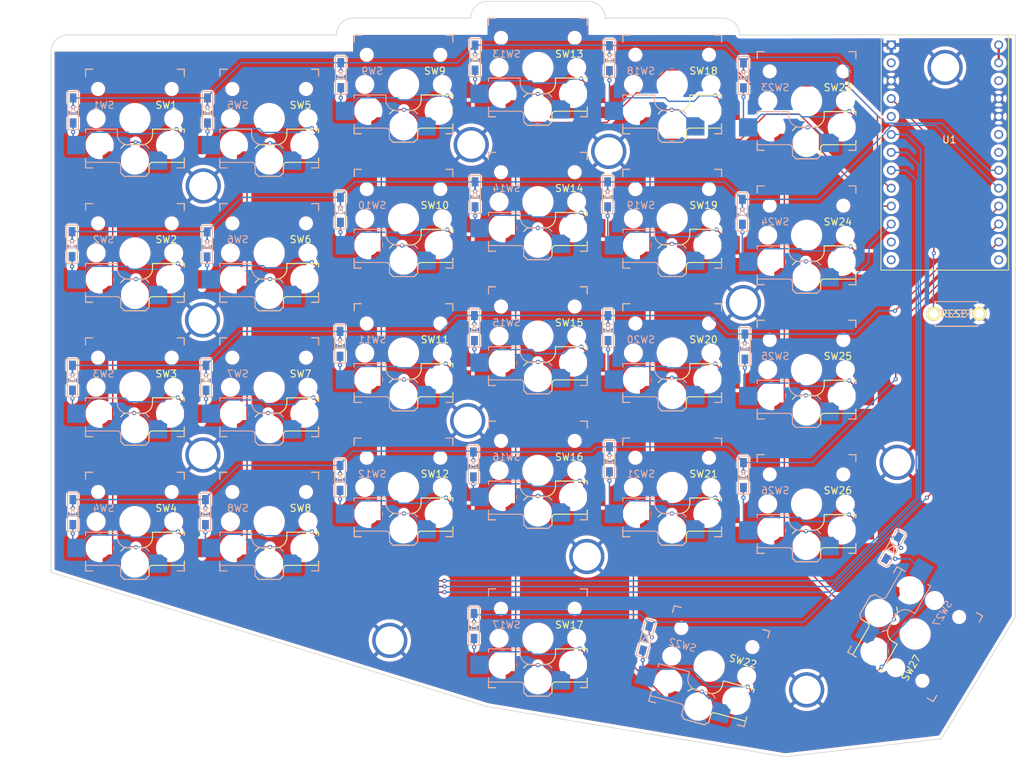
<source format=kicad_pcb>
(kicad_pcb (version 20211014) (generator pcbnew)
  (layers (0 "F.Cu" signal) (31 "B.Cu" signal) (34 "B.Paste" user) (35 "F.Paste" user) (36 "B.SilkS" user "B.Silkscreen") (37 "F.SilkS" user "F.Silkscreen") (38 "B.Mask" user) (39 "F.Mask" user) (44 "Edge.Cuts" user))
  (net 0 "")
  (net 1 "Net-(D1-Pad2)")
  (net 2 "Net-(D2-Pad2)")
  (net 3 "Net-(D3-Pad2)")
  (net 4 "Net-(D4-Pad2)")
  (net 5 "Net-(D5-Pad2)")
  (net 6 "Net-(D6-Pad2)")
  (net 7 "Net-(D7-Pad2)")
  (net 8 "Net-(D8-Pad2)")
  (net 9 "Net-(D9-Pad2)")
  (net 10 "Net-(D10-Pad2)")
  (net 11 "Net-(D11-Pad2)")
  (net 12 "Net-(D12-Pad2)")
  (net 13 "Net-(D13-Pad2)")
  (net 14 "Net-(D14-Pad2)")
  (net 15 "Net-(D15-Pad2)")
  (net 16 "Net-(D16-Pad2)")
  (net 17 "Net-(D17-Pad2)")
  (net 18 "Net-(D18-Pad2)")
  (net 19 "Net-(D19-Pad2)")
  (net 20 "Net-(D20-Pad2)")
  (net 21 "Net-(D21-Pad2)")
  (net 22 "Net-(D22-Pad2)")
  (net 23 "Net-(D23-Pad2)")
  (net 24 "Net-(D24-Pad2)")
  (net 25 "Net-(D25-Pad2)")
  (net 26 "Net-(D26-Pad2)")
  (net 27 "Net-(D27-Pad2)")
  (net 28 "CO0")
  (net 29 "CO1")
  (net 30 "CO2")
  (net 31 "CO3")
  (net 32 "CO4")
  (net 33 "CO5")
  (net 34 "RO0")
  (net 35 "RO1")
  (net 36 "RO2")
  (net 37 "RO3")
  (net 38 "RO4")
  (net 39 "unconnected-(U1-Pad1)")
  (net 40 "GND")
  (net 44 "RST")
  (footprint "kbd:D3_SMD" (layer "F.Cu") (at 136.1 113.3 -90)
    (fp_text reference "D16" hide)
    (fp_text value "D" hide)
  )
  (footprint "" (layer "F.Cu") (at 97.75 111.95)
    (fp_text reference "")
    (fp_text value "")
  )
  (footprint "keyswitches:Kailh_socket_PG1350_reversible" (layer "F.Cu") (at 183.35 118.9)
    (fp_text reference "SW26")
    (fp_text value "SW_Push")
  )
  (footprint "keyswitches:Kailh_socket_PG1350_reversible" (layer "F.Cu") (at 126.2 78.45)
    (fp_text reference "SW10")
    (fp_text value "SW_Push")
  )
  (footprint "kbd:D3_SMD" (layer "F.Cu") (at 79.2 82.05 -90)
    (fp_text reference "D2" hide)
    (fp_text value "D" hide)
  )
  (footprint "" (layer "F.Cu") (at 174.4 90.35)
    (fp_text reference "")
    (fp_text value "")
  )
  (footprint "keyswitches:Kailh_socket_PG1350_reversible" (layer "F.Cu") (at 88.108137 121.4)
    (fp_text reference "SW4")
    (fp_text value "SW_Push")
  )
  (footprint "keyswitches:Kailh_socket_PG1350_reversible" (layer "F.Cu") (at 145.25 114.15)
    (fp_text reference "SW16")
    (fp_text value "SW_Push")
  )
  (footprint "keyswitches:Kailh_socket_PG1350_reversible" (layer "F.Cu") (at 145.25 95.1)
    (fp_text reference "SW15")
    (fp_text value "SW_Push")
  )
  (footprint "keyswitches:Kailh_socket_PG1350_reversible" (layer "F.Cu") (at 183.35 80.8)
    (fp_text reference "SW24")
    (fp_text value "SW_Push")
  )
  (footprint "keyswitches:Kailh_socket_PG1350_reversible" (layer "F.Cu") (at 107.15 102.35)
    (fp_text reference "SW7")
    (fp_text value "SW_Push")
  )
  (footprint "kbd:D3_SMD" (layer "F.Cu") (at 117.25 77.2 -90)
    (fp_text reference "D10" hide)
    (fp_text value "D" hide)
  )
  (footprint "kbd:D3_SMD" (layer "F.Cu") (at 117.3 58.1 -90)
    (fp_text reference "D9" hide)
    (fp_text value "D" hide)
  )
  (footprint "kbd:D3_SMD" (layer "F.Cu") (at 98.4 63.1 -90)
    (fp_text reference "D5" hide)
    (fp_text value "D" hide)
  )
  (footprint "kbd:D3_SMD" (layer "F.Cu") (at 98.1 120.05 -90)
    (fp_text reference "D8" hide)
    (fp_text value "D" hide)
  )
  (footprint "kbd:D3_SMD" (layer "F.Cu") (at 98.35 82.1 -90)
    (fp_text reference "D6" hide)
    (fp_text value "D" hide)
  )
  (footprint "kbd:D3_SMD" (layer "F.Cu") (at 174.25 77.475 -90)
    (fp_text reference "D24" hide)
    (fp_text value "D" hide)
  )
  (footprint "kbd:D3_SMD" (layer "F.Cu") (at 155.4 55.675 -90)
    (fp_text reference "D18" hide)
    (fp_text value "D" hide)
  )
  (footprint "keyswitches:Kailh_socket_PG1350_reversible" (layer "F.Cu") (at 145.25 137.95)
    (fp_text reference "SW17")
    (fp_text value "SW_Push")
  )
  (footprint "kbd:D3_SMD" (layer "F.Cu") (at 155.2 93.95 -90)
    (fp_text reference "D20" hide)
    (fp_text value "D" hide)
  )
  (footprint "" (layer "F.Cu") (at 97.8 73.8)
    (fp_text reference "")
    (fp_text value "")
  )
  (footprint "kbd:D3_SMD" (layer "F.Cu") (at 117.2 115.2 -90)
    (fp_text reference "D12" hide)
    (fp_text value "D" hide)
  )
  (footprint "kbd:D3_SMD" (layer "F.Cu") (at 174.4 114.8 -90)
    (fp_text reference "D26" hide)
    (fp_text value "D" hide)
  )
  (footprint "kbd:D3_SMD" (layer "F.Cu") (at 174.4 58.125 -90)
    (fp_text reference "D23" hide)
    (fp_text value "D" hide)
  )
  (footprint "" (layer "F.Cu") (at 135.3 107.1)
    (fp_text reference "")
    (fp_text value "")
  )
  (footprint "kbd:KakiController" (layer "F.Cu") (at 203.6 67.74)
    (fp_text reference "U1")
    (fp_text value "ProMicro")
  )
  (footprint "kbd:D3_SMD" (layer "F.Cu") (at 136.35 55.6 -90)
    (fp_text reference "D13" hide)
    (fp_text value "D" hide)
  )
  (footprint "" (layer "F.Cu") (at 135.8 67.95)
    (fp_text reference "")
    (fp_text value "")
  )
  (footprint "keyswitches:Kailh_socket_PG1350_reversible" (layer "F.Cu") (at 198.75 137.35 -120)
    (fp_text reference "SW27")
    (fp_text value "SW_Push")
  )
  (footprint "keyswitches:Kailh_socket_PG1350_reversible" (layer "F.Cu") (at 88.108137 64.25)
    (fp_text reference "SW1")
    (fp_text value "SW_Push")
  )
  (footprint "kbd:D3_SMD" (layer "F.Cu") (at 79.35 63.1 -90)
    (fp_text reference "D1" hide)
    (fp_text value "D" hide)
  )
  (footprint "kbd:D3_SMD" (layer "F.Cu") (at 136.2 136.2 -90)
    (fp_text reference "D17" hide)
    (fp_text value "D" hide)
  )
  (footprint "keyswitches:Kailh_socket_PG1350_reversible" (layer "F.Cu") (at 145.25 57)
    (fp_text reference "SW13")
    (fp_text value "SW_Push")
  )
  (footprint "kbd:D3_SMD" (layer "F.Cu") (at 155.15 75 -90)
    (fp_text reference "D19" hide)
    (fp_text value "D" hide)
  )
  (footprint "kbd:ResetSW" (layer "F.Cu") (at 204.6 91.94 180)
    (fp_text reference "SW28" hide)
    (fp_text value "SW_PUSH")
  )
  (footprint "keyswitches:Kailh_socket_PG1350_reversible" (layer "F.Cu") (at 164.3 78.45)
    (fp_text reference "SW19")
    (fp_text value "SW_Push")
  )
  (footprint "keyswitches:Kailh_socket_PG1350_reversible" (layer "F.Cu") (at 107.15 64.25)
    (fp_text reference "SW5")
    (fp_text value "SW_Push")
  )
  (footprint "kbd:D3_SMD" (layer "F.Cu") (at 98.2 101 -90)
    (fp_text reference "D7" hide)
    (fp_text value "D" hide)
  )
  (footprint "keyswitches:Kailh_socket_PG1350_reversible" (layer "F.Cu") (at 107.15 121.4)
    (fp_text reference "SW8")
    (fp_text value "SW_Push")
  )
  (footprint "keyswitches:Kailh_socket_PG1350_reversible" (layer "F.Cu") (at 126.2 59.4)
    (fp_text reference "SW9")
    (fp_text value "SW_Push")
  )
  (footprint "" (layer "F.Cu") (at 97.7 92.8)
    (fp_text reference "")
    (fp_text value "")
  )
  (footprint "kbd:D3_SMD" (layer "F.Cu") (at 136.25 93.95 -90)
    (fp_text reference "D15" hide)
    (fp_text value "D" hide)
  )
  (footprint "" (layer "F.Cu") (at 155.3 68.9)
    (fp_text reference "")
    (fp_text value "")
  )
  (footprint "kbd:D3_SMD" (layer "F.Cu") (at 195.5125 125.137195 -120)
    (fp_text reference "D27" hide)
    (fp_text value "D" hide)
  )
  (footprint "keyswitches:Kailh_socket_PG1350_reversible" (layer "F.Cu") (at 88.108137 83.3)
    (fp_text reference "SW2")
    (fp_text value "SW_Push")
  )
  (footprint "kbd:D3_SMD" (layer "F.Cu") (at 160.6 137.95 -105)
    (fp_text reference "D22" hide)
    (fp_text value "D" hide)
  )
  (footprint "keyswitches:Kailh_socket_PG1350_reversible" (layer "F.Cu") (at 183.35 61.75)
    (fp_text reference "SW23")
    (fp_text value "SW_Push")
  )
  (footprint "" (layer "F.Cu") (at 183.360177 145.259361)
    (fp_text reference "")
    (fp_text value "")
  )
  (footprint "kbd:D3_SMD" (layer "F.Cu") (at 79.25 101 -90)
    (fp_text reference "D3" hide)
    (fp_text value "D" hide)
  )
  (footprint "keyswitches:Kailh_socket_PG1350_reversible" (layer "F.Cu") (at 107.15 83.3)
    (fp_text reference "SW6")
    (fp_text value "SW_Push")
  )
  (footprint "keyswitches:Kailh_socket_PG1350_reversible" (layer "F.Cu") (at 169.547595 141.9 -15)
    (fp_text reference "SW22")
    (fp_text value "SW_Push")
  )
  (footprint "kbd:D3_SMD" (layer "F.Cu") (at 155.4 112.575 -90)
    (fp_text reference "D21" hide)
    (fp_text value "D" hide)
  )
  (footprint "kbd:D3_SMD" (layer "F.Cu") (at 79.3 120.05 -90)
    (fp_text reference "D4" hide)
    (fp_text value "D" hide)
  )
  (footprint "keyswitches:Kailh_socket_PG1350_reversible" (layer "F.Cu") (at 126.2 116.55)
    (fp_text reference "SW12")
    (fp_text value "SW_Push")
  )
  (footprint "keyswitches:Kailh_socket_PG1350_reversible" (layer "F.Cu") (at 164.3 97.5)
    (fp_text reference "SW20")
    (fp_text value "SW_Push")
  )
  (footprint "keyswitches:Kailh_socket_PG1350_reversible" (layer "F.Cu") (at 183.35 99.85)
    (fp_text reference "SW25")
    (fp_text value "SW_Push")
  )
  (footprint "" (layer "F.Cu") (at 196.2 113)
    (fp_text reference "")
    (fp_text value "")
  )
  (footprint "kbd:D3_SMD" (layer "F.Cu") (at 136.35 75 -90)
    (fp_text reference "D14" hide)
    (fp_text value "D" hide)
  )
  (footprint "" (layer "F.Cu") (at 152.2 126.35)
    (fp_text reference "")
    (fp_text value "")
  )
  (footprint "keyswitches:Kailh_socket_PG1350_reversible" (layer "F.Cu") (at 164.3 59.4)
    (fp_text reference "SW18")
    (fp_text value "SW_Push")
  )
  (footprint "" (layer "F.Cu") (at 124.25 138.25)
    (fp_text reference "")
    (fp_text value "")
  )
  (footprint "keyswitches:Kailh_socket_PG1350_reversible" (layer "F.Cu") (at 126.2 97.5)
    (fp_text reference "SW11")
    (fp_text value "SW_Push")
  )
  (footprint "keyswitches:Kailh_socket_PG1350_reversible" (layer "F.Cu") (at 164.3 116.55)
    (fp_text reference "SW21")
    (fp_text value "SW_Push")
  )
  (footprint "kbd:D3_SMD" (layer "F.Cu") (at 174.6 96.575 -90)
    (fp_text reference "D25" hide)
    (fp_text value "D" hide)
  )
  (footprint "keyswitches:Kailh_socket_PG1350_reversible" (layer "F.Cu") (at 145.25 76.05)
    (fp_text reference "SW14")
    (fp_text value "SW_Push")
  )
  (footprint "keyswitches:Kailh_socket_PG1350_reversible" (layer "F.Cu") (at 88.1 102.35)
    (fp_text reference "SW3")
    (fp_text value "SW_Push")
  )
  (footprint "kbd:D3_SMD" (layer "F.Cu") (at 117.2 96.2 -90)
    (fp_text reference "D11" hide)
    (fp_text value "D" hide)
  )
  (footprint "" (layer "F.Cu") (at 203 57)
    (fp_text reference "")
    (fp_text value "")
  )
  (gr_line (start 135.734157 50.007321) (end 119.06505 50.007321) (layer "Edge.Cuts") (width 0.1))
  (gr_line (start 180.3 154.75) (end 202.45 152.2) (layer "Edge.Cuts") (width 0.1))
  (gr_line (start 171.453672 50.007321) (end 154.784565 50.007321) (layer "Edge.Cuts") (width 0.1))
  (gr_arc (start 152.403264 47.62602) (mid 154.087098 48.323487) (end 154.784565 50.007321) (layer "Edge.Cuts") (width 0.1))
  (gr_line (start 76.201632 54.769923) (end 76.201632 128.590254) (layer "Edge.Cuts") (width 0.1))
  (gr_line (start 152.403264 47.62602) (end 138.115458 47.62602) (layer "Edge.Cuts") (width 0.1))
  (gr_line (start 202.45 152.2) (end 212.95 134.95) (layer "Edge.Cuts") (width 0.1))
  (gr_arc (start 171.453672 50.007321) (mid 173.137506 50.704788) (end 173.834973 52.388622) (layer "Edge.Cuts") (width 0.1))
  (gr_line (start 212.95 134.95) (end 212.95 52.35) (layer "Edge.Cuts") (width 0.1))
  (gr_line (start 116.683749 52.388622) (end 78.582933 52.388622) (layer "Edge.Cuts") (width 0.1))
  (gr_line (start 138.115458 147.640662) (end 180.3 154.75) (layer "Edge.Cuts") (width 0.1))
  (gr_arc (start 135.734157 50.007321) (mid 136.431624 48.323487) (end 138.115458 47.62602) (layer "Edge.Cuts") (width 0.1))
  (gr_line (start 212.95 52.35) (end 173.834973 52.388622) (layer "Edge.Cuts") (width 0.1))
  (gr_line (start 76.201632 128.590254) (end 138.115458 147.640662) (layer "Edge.Cuts") (width 0.1))
  (gr_arc (start 76.201632 54.769923) (mid 76.899099 53.086089) (end 78.582933 52.388622) (layer "Edge.Cuts") (width 0.1))
  (gr_arc (start 116.683749 52.388622) (mid 117.381216 50.704788) (end 119.06505 50.007321) (layer "Edge.Cuts") (width 0.1))
  (segment (start 94 65.75) (end 96.295127 68.045127) (width 0.2) (layer "F.Cu") (net 1))
  (segment (start 96.295127 68.045127) (end 96.383137 68.045127) (width 0.2) (layer "F.Cu") (net 1))
  (segment (start 79.35 64.875) (end 79.35 66.15) (width 0.2) (layer "F.Cu") (net 1))
  (via (at 79.35 66.15) (size 0.6) (drill 0.3) (layers "F.Cu" "B.Cu") (net 1))
  (via (at 94 65.75) (size 0.6) (drill 0.3) (layers "F.Cu" "B.Cu") (net 1))
  (segment (start 79.35 66.15) (end 79.35 67.56199) (width 0.2) (layer "B.Cu") (net 1))
  (segment (start 87.08849 66.195126) (end 87.286847 66.393483) (width 0.2) (layer "B.Cu") (net 1))
  (segment (start 87.286847 66.393483) (end 91.856517 66.393483) (width 0.2) (layer "B.Cu") (net 1))
  (segment (start 79.35 64.875) (end 79.35 66.15) (width 0.2) (layer "B.Cu") (net 1))
  (segment (start 92.5 65.75) (end 94 65.75) (width 0.2) (layer "B.Cu") (net 1))
  (segment (start 79.833137 68.045127) (end 81.683138 66.195126) (width 0.2) (layer "B.Cu") (net 1))
  (segment (start 81.683138 66.195126) (end 87.08849 66.195126) (width 0.2) (layer "B.Cu") (net 1))
  (segment (start 79.35 67.56199) (end 79.833137 68.045127) (width 0.2) (layer "B.Cu") (net 1))
  (segment (start 91.856517 66.393483) (end 92.5 65.75) (width 0.2) (layer "B.Cu") (net 1))
  (segment (start 94.2 84.8) (end 96.383137 86.983137) (width 0.2) (layer "F.Cu") (net 2))
  (segment (start 79.2 83.825) (end 79.2 85.2) (width 0.2) (layer "F.Cu") (net 2))
  (via (at 79.2 85.2) (size 0.6) (drill 0.3) (layers "F.Cu" "B.Cu") (net 2))
  (via (at 94.2 84.8) (size 0.6) (drill 0.3) (layers "F.Cu" "B.Cu") (net 2))
  (segment (start 79.2 85.2) (end 79.2 86.462398) (width 0.2) (layer "B.Cu") (net 2))
  (segment (start 87.442956 85.6) (end 91.6 85.6) (width 0.2) (layer "B.Cu") (net 2))
  (segment (start 92.4 84.8) (end 94.2 84.8) (width 0.2) (layer "B.Cu") (net 2))
  (segment (start 79.2 86.462398) (end 79.833137 87.095535) (width 0.2) (layer "B.Cu") (net 2))
  (segment (start 81.728672 85.2) (end 87.042956 85.2) (width 0.2) (layer "B.Cu") (net 2))
  (segment (start 91.6 85.6) (end 92.4 84.8) (width 0.2) (layer "B.Cu") (net 2))
  (segment (start 87.042956 85.2) (end 87.442956 85.6) (width 0.2) (layer "B.Cu") (net 2))
  (segment (start 79.833137 87.095535) (end 81.728672 85.2) (width 0.2) (layer "B.Cu") (net 2))
  (segment (start 79.2 83.825) (end 79.2 85.2) (width 0.2) (layer "B.Cu") (net 2))
  (segment (start 96.375 105.975) (end 96.375 106.1) (width 0.2) (layer "F.Cu") (net 3))
  (segment (start 94.2 103.8) (end 96.375 105.975) (width 0.2) (layer "F.Cu") (net 3))
  (segment (start 79.25 102.775) (end 79.25 103.95) (width 0.2) (layer "F.Cu") (net 3))
  (via (at 79.25 103.95) (size 0.6) (drill 0.3) (layers "F.Cu" "B.Cu") (net 3))
  (via (at 94.2 103.8) (size 0.6) (drill 0.3) (layers "F.Cu" "B.Cu") (net 3))
  (segment (start 87.244855 104.414501) (end 92.185499 104.414501) (width 0.2) (layer "B.Cu") (net 3))
  (segment (start 79.25 103.95) (end 79.25 105.525) (width 0.2) (layer "B.Cu") (net 3))
  (segment (start 79.825 106.1) (end 82.040177 103.884823) (width 0.2) (layer "B.Cu") (net 3))
  (segment (start 92.8 103.8) (end 94.2 103.8) (width 0.2) (layer "B.Cu") (net 3))
  (segment (start 79.25 105.525) (end 79.825 106.1) (width 0.2) (layer "B.Cu") (net 3))
  (segment (start 92.185499 104.414501) (end 92.8 103.8) (width 0.2) (layer "B.Cu") (net 3))
  (segment (start 79.25 102.775) (end 79.25 103.95) (width 0.2) (layer "B.Cu") (net 3))
  (segment (start 82.040177 103.884823) (end 86.715177 103.884823) (width 0.2) (layer "B.Cu") (net 3))
  (segment (start 86.715177 103.884823) (end 87.244855 104.414501) (width 0.2) (layer "B.Cu") (net 3))
  (segment (start 79.3 121.825) (end 79.3 123.1) (width 0.2) (layer "F.Cu") (net 4))
  (segment (start 94.2 122.8) (end 96.383137 124.983137) (width 0.2) (layer "F.Cu") (net 4))
  (via (at 94.2 122.8) (size 0.6) (drill 0.3) (layers "F.Cu" "B.Cu") (net 4))
  (via (at 79.3 123.1) (size 0.6) (drill 0.3) (layers "F.Cu" "B.Cu") (net 4))
  (segment (start 79.3 123.1) (end 79.3 124.616863) (width 0.2) (layer "B.Cu") (net 4))
  (segment (start 87.62092 123.62092) (end 91.77908 123.62092) (width 0.2) (layer "B.Cu") (net 4))
  (segment (start 92.6 122.8) (end 94.2 122.8) (width 0.2) (layer "B.Cu") (net 4))
  (segment (start 79.833137 125.15) (end 81.683138 123.299999) (width 0.2) (layer "B.Cu") (net 4))
  (segment (start 87.299999 123.299999) (end 87.62092 123.62092) (width 0.2) (layer "B.Cu") (net 4))
  (segment (start 91.77908 123.62092) (end 92.6 122.8) (width 0.2) (layer "B.Cu") (net 4))
  (segment (start 79.3 121.825) (end 79.3 123.1) (width 0.2) (layer "B.Cu") (net 4))
  (segment (start 81.683138 123.299999) (end 87.299999 123.299999) (width 0.2) (layer "B.Cu") (net 4))
  (segment (start 79.3 124.616863) (end 79.833137 125.15) (width 0.2) (layer "B.Cu") (net 4))
  (segment (start 115.425 67.825) (end 115.425 67.9) (width 0.2) (layer "F.Cu") (net 5))
  (segment (start 98.4 64.875) (end 98.4 66.1) (width 0.2) (layer "F.Cu") (net 5))
  (segment (start 113.2 65.6) (end 115.425 67.825) (width 0.2) (layer "F.Cu") (net 5))
  (via (at 98.4 66.1) (size 0.6) (drill 0.3) (layers "F.Cu" "B.Cu") (net 5))
  (via (at 113.2 65.6) (size 0.6) (drill 0.3) (layers "F.Cu" "B.Cu") (net 5))
  (segment (start 111.385499 66.214501) (end 112 65.6) (width 0.2) (layer "B.Cu") (net 5))
  (segment (start 106.294855 66.214501) (end 111.385499 66.214501) (width 0.2) (layer "B.Cu") (net 5))
  (segment (start 98.4 64.875) (end 98.4 66.1) (width 0.2) (layer "B.Cu") (net 5))
  (segment (start 105.740177 65.659823) (end 106.294855 66.214501) (width 0.2) (layer "B.Cu") (net 5))
  (segment (start 112 65.6) (end 113.2 65.6) (width 0.2) (layer "B.Cu") (net 5))
  (segment (start 98.4 67.425) (end 98.875 67.9) (width 0.2) (layer "B.Cu") (net 5))
  (segment (start 101.115177 65.659823) (end 105.740177 65.659823) (width 0.2) (layer "B.Cu") (net 5))
  (segment (start 98.4 66.1) (end 98.4 67.425) (width 0.2) (layer "B.Cu") (net 5))
  (segment (start 98.875 67.9) (end 101.115177 65.659823) (width 0.2) (layer "B.Cu") (net 5))
  (segment (start 98.35 83.875) (end 98.35 85.05) (width 0.2) (layer "F.Cu") (net 6))
  (segment (start 113.2 84.6) (end 115.433545 86.833545) (width 0.2) (layer "F.Cu") (net 6))
  (via (at 98.35 85.05) (size 0.6) (drill 0.3) (layers "F.Cu" "B.Cu") (net 6))
  (via (at 113.2 84.6) (size 0.6) (drill 0.3) (layers "F.Cu" "B.Cu") (net 6))
  (segment (start 111 84.6) (end 113.2 84.6) (width 0.2) (layer "B.Cu") (net 6))
  (segment (start 106.6 85.4) (end 110 85.4) (width 0.2) (layer "B.Cu") (net 6))
  (segment (start 100.733546 85.099999) (end 106.299999 85.099999) (width 0.2) (layer "B.Cu") (net 6))
  (segment (start 110 85.4) (end 110.2 85.4) (width 0.2) (layer "B.Cu") (net 6))
  (segment (start 98.35 86.416455) (end 98.883545 86.95) (width 0.2) (layer "B.Cu") (net 6))
  (segment (start 98.35 83.875) (end 98.35 85.05) (width 0.2) (layer "B.Cu") (net 6))
  (segment (start 106.299999 85.099999) (end 106.6 85.4) (width 0.2) (layer "B.Cu") (net 6))
  (segment (start 98.883545 86.95) (end 100.733546 85.099999) (width 0.2) (layer "B.Cu") (net 6))
  (segment (start 98.35 85.05) (end 98.35 86.416455) (width 0.2) (layer "B.Cu") (net 6))
  (segment (start 110.2 85.4) (end 111 84.6) (width 0.2) (layer "B.Cu") (net 6))
  (segment (start 115.425 105.825) (end 115.425 106) (width 0.2) (layer "F.Cu") (net 7))
  (segment (start 113.4 103.8) (end 115.425 105.825) (width 0.2) (layer "F.Cu") (net 7))
  (segment (start 98.2 102.775) (end 98.2 104) (width 0.2) (layer "F.Cu") (net 7))
  (via (at 113.4 103.8) (size 0.6) (drill 0.3) (layers "F.Cu" "B.Cu") (net 7))
  (via (at 98.2 104) (size 0.6) (drill 0.3) (layers "F.Cu" "B.Cu") (net 7))
  (segment (start 100.725001 104.149999) (end 106.149999 104.149999) (width 0.2) (layer "B.Cu") (net 7))
  (segment (start 98.875 106) (end 100.725001 104.149999) (width 0.2) (layer "B.Cu") (net 7))
  (segment (start 98.2 105.325) (end 98.875 106) (width 0.2) (layer "B.Cu") (net 7))
  (segment (start 106.149999 104.149999) (end 106.8 104.8) (width 0.2) (layer "B.Cu") (net 7))
  (segment (start 111.733703 103.8) (end 113.4 103.8) (width 0.2) (layer "B.Cu") (net 7))
  (segment (start 98.2 104) (end 98.2 105.325) (width 0.2) (layer "B.Cu") (net 7))
  (segment (start 110.733703 104.8) (end 111.733703 103.8) (width 0.2) (layer "B.Cu") (net 7))
  (segment (start 106.8 104.8) (end 110.733703 104.8) (width 0.2) (layer "B.Cu") (net 7))
  (segment (start 98.2 102.775) (end 98.2 104) (width 0.2) (layer "B.Cu") (net 7))
  (segment (start 113.2 122.8) (end 115.225 124.825) (width 0.2) (layer "F.Cu") (net 8))
  (segment (start 98.1 121.825) (end 98.1 122.9) (width 0.2) (layer "F.Cu") (net 8))
  (via (at 113.2 122.8) (size 0.6) (drill 0.3) (layers "F.Cu" "B.Cu") (net 8))
  (via (at 98.1 122.9) (size 0.6) (drill 0.3) (layers "F.Cu" "B.Cu") (net 8))
  (segment (start 106.4 123.4) (end 106.199999 123.199999) (width 0.2) (layer "B.Cu") (net 8))
  (segment (start 100.725001 123.199999) (end 98.875 125.05) (width 0.2) (layer "B.Cu") (net 8))
  (segment (start 106.199999 123.199999) (end 100.725001 123.199999) (width 0.2) (layer "B.Cu") (net 8))
  (segment (start 98.1 124.275) (end 98.875 125.05) (width 0.2) (layer "B.Cu") (net 8))
  (segment (start 113.2 122.8) (end 111.6 122.8) (width 0.2) (layer "B.Cu") (net 8))
  (segment (start 98.1 122.9) (end 98.1 124.275) (width 0.2) (layer "B.Cu") (net 8))
  (segment (start 111 123.4) (end 106.4 123.4) (width 0.2) (layer "B.Cu") (net 8))
  (segment (start 111.6 122.8) (end 111 123.4) (width 0.2) (layer "B.Cu") (net 8))
  (segment (start 98.1 121.825) (end 98.1 122.9) (width 0.2) (layer "B.Cu") (net 8))
  (segment (start 117.3 59.875) (end 117.3 61.3) (width 0.2) (layer "F.Cu") (net 9))
  (segment (start 132.4 61) (end 134.475 63.075) (width 0.2) (layer "F.Cu") (net 9))
  (via (at 117.3 61.3) (size 0.6) (drill 0.3) (layers "F.Cu" "B.Cu") (net 9))
  (via (at 132.4 61) (size 0.6) (drill 0.3) (layers "F.Cu" "B.Cu") (net 9))
  (segment (start 119.775001 61.299999) (end 125.299999 61.299999) (width 0.2) (layer "B.Cu") (net 9))
  (segment (start 117.3 62.525) (end 117.925 63.15) (width 0.2) (layer "B.Cu") (net 9))
  (segment (start 129.8 61.6) (end 130.4 61) (width 0.2) (layer "B.Cu") (net 9))
  (segment (start 125.6 61.6) (end 129.4 61.6) (width 0.2) (layer "B.Cu") (net 9))
  (segment (start 117.3 61.3) (end 117.3 62.525) (width 0.2) (layer "B.Cu") (net 9))
  (segment (start 117.3 59.875) (end 117.3 61.3) (width 0.2) (layer "B.Cu") (net 9))
  (segment (start 130.4 61) (end 132.4 61) (width 0.2) (layer "B.Cu") (net 9))
  (segment (start 117.925 63.15) (end 119.775001 61.299999) (width 0.2) (layer "B.Cu") (net 9))
  (segment (start 129.4 61.6) (end 129.8 61.6) (width 0.2) (layer "B.Cu") (net 9))
  (segment (start 125.299999 61.299999) (end 125.6 61.6) (width 0.2) (layer "B.Cu") (net 9))
  (segment (start 132.4 80) (end 134.475 82.075) (width 0.2) (layer "F.Cu") (net 10))
  (segment (start 117.25 78.975) (end 117.25 80.35) (width 0.2) (layer "F.Cu") (net 10))
  (via (at 132.4 80) (size 0.6) (drill 0.3) (layers "F.Cu" "B.Cu") (net 10))
  (via (at 117.25 80.35) (size 0.6) (drill 0.3) (layers "F.Cu" "B.Cu") (net 10))
  (segment (start 125.8 80.8) (end 128.6 80.8) (width 0.2) (layer "B.Cu") (net 10))
  (segment (start 128.6 80.8) (end 129.2 80.8) (width 0.2) (layer "B.Cu") (net 10))
  (segment (start 117.25 78.975) (end 117.25 80.35) (width 0.2) (layer "B.Cu") (net 10))
  (segment (start 130 80) (end 132.4 80) (width 0.2) (layer "B.Cu") (net 10))
  (segment (start 117.25 81.525) (end 117.925 82.2) (width 0.2) (layer "B.Cu") (net 10))
  (segment (start 119.775001 80.349999) (end 125.349999 80.349999) (width 0.2) (layer "B.Cu") (net 10))
  (segment (start 129.2 80.8) (end 130 80) (width 0.2) (layer "B.Cu") (net 10))
  (segment (start 117.925 82.2) (end 119.775001 80.349999) (width 0.2) (layer "B.Cu") (net 10))
  (segment (start 117.25 80.35) (end 117.25 81.525) (width 0.2) (layer "B.Cu") (net 10))
  (segment (start 125.349999 80.349999) (end 125.8 80.8) (width 0.2) (layer "B.Cu") (net 10))
  (segment (start 134.45 101.25) (end 134.475 101.25) (width 0.2) (layer "F.Cu") (net 11))
  (segment (start 132.2 99) (end 134.45 101.25) (width 0.2) (layer "F.Cu") (net 11))
  (segment (start 117.2 97.975) (end 117.2 99.2) (width 0.2) (layer "F.Cu") (net 11))
  (via (at 117.2 99.2) (size 0.6) (drill 0.3) (layers "F.Cu" "B.Cu") (net 11))
  (via (at 132.2 99) (size 0.6) (drill 0.3) (layers "F.Cu" "B.Cu") (net 11))
  (segment (start 130.833703 99) (end 132.2 99) (width 0.2) (layer "B.Cu") (net 11))
  (segment (start 125.4 99.6) (end 130.233703 99.6) (width 0.2) (layer "B.Cu") (net 11))
  (segment (start 130.233703 99.6) (end 130.833703 99) (width 0.2) (layer "B.Cu") (net 11))
  (segment (start 117.2 99.2) (end 117.2 100.525) (width 0.2) (layer "B.Cu") (net 11))
  (segment (start 117.2 97.975) (end 117.2 99.2) (width 0.2) (layer "B.Cu") (net 11))
  (segment (start 117.925 101.25) (end 119.775001 99.399999) (width 0.2) (layer "B.Cu") (net 11))
  (segment (start 117.2 100.525) (end 117.925 101.25) (width 0.2) (layer "B.Cu") (net 11))
  (segment (start 119.775001 99.399999) (end 125.199999 99.399999) (width 0.2) (layer "B.Cu") (net 11))
  (segment (start 125.199999 99.399999) (end 125.4 99.6) (width 0.2) (layer "B.Cu") (net 11))
  (segment (start 132.2 118) (end 134.475 120.275) (width 0.2) (layer "F.Cu") (net 12))
  (segment (start 134.475 120.275) (end 134.475 120.3) (width 0.2) (layer "F.Cu") (net 12))
  (segment (start 117.2 116.975) (end 117.2 118.2) (width 0.2) (layer "F.Cu") (net 12))
  (via (at 132.2 118) (size 0.6) (drill 0.3) (layers "F.Cu" "B.Cu") (net 12))
  (via (at 117.2 118.2) (size 0.6) (drill 0.3) (layers "F.Cu" "B.Cu") (net 12))
  (segment (start 129.4 118.8) (end 130.2 118) (width 0.2) (layer "B.Cu") (net 12))
  (segment (start 117.2 116.975) (end 117.2 118.2) (width 0.2) (layer "B.Cu") (net 12))
  (segment (start 117.925 120.3) (end 119.775001 118.449999) (width 0.2) (layer "B.Cu") (net 12))
  (segment (start 125.249999 118.449999) (end 125.6 118.8) (width 0.2) (layer "B.Cu") (net 12))
  (segment (start 125.6 118.8) (end 129 118.8) (width 0.2) (layer "B.Cu") (net 12))
  (segment (start 119.775001 118.449999) (end 125.249999 118.449999) (width 0.2) (layer "B.Cu") (net 12))
  (segment (start 130.2 118) (end 132.2 118) (width 0.2) (layer "B.Cu") (net 12))
  (segment (start 117.2 118.2) (end 117.2 119.575) (width 0.2) (layer "B.Cu") (net 12))
  (segment (start 129 118.8) (end 129.4 118.8) (width 0.2) (layer "B.Cu") (net 12))
  (segment (start 117.2 119.575) (end 117.925 120.3) (width 0.2) (layer "B.Cu") (net 12))
  (segment (start 136.35 57.375) (end 136.35 58.65) (width 0.2) (layer "F.Cu") (net 13))
  (segment (start 151.4 58.6) (end 151.4 58.625) (width 0.2) (layer "F.Cu") (net 13))
  (segment (start 151.4 58.625) (end 153.525 60.75) (width 0.2) (layer "F.Cu") (net 13))
  (via (at 151.4 58.6) (size 0.6) (drill 0.3) (layers "F.Cu" "B.Cu") (net 13))
  (via (at 136.35 58.65) (size 0.6) (drill 0.3) (layers "F.Cu" "B.Cu") (net 13))
  (segment (start 151.4 58.6) (end 149.783703 58.6) (width 0.2) (layer "B.Cu") (net 13))
  (segment (start 144.6 59.2) (end 144.299999 58.899999) (width 0.2) (layer "B.Cu") (net 13))
  (segment (start 144.299999 58.899999) (end 138.825001 58.899999) (width 0.2) (layer "B.Cu") (net 13))
  (segment (start 149.183703 59.2) (end 144.6 59.2) (width 0.2) (layer "B.Cu") (net 13))
  (segment (start 149.783703 58.6) (end 149.183703 59.2) (width 0.2) (layer "B.Cu") (net 13))
  (segment (start 136.35 60.125) (end 136.975 60.75) (width 0.2) (layer "B.Cu") (net 13))
  (segment (start 138.825001 58.899999) (end 136.975 60.75) (width 0.2) (layer "B.Cu") (net 13))
  (segment (start 136.35 57.375) (end 136.35 58.65) (width 0.2) (layer "B.Cu") (net 13))
  (segment (start 136.35 58.65) (end 136.35 60.125) (width 0.2) (layer "B.Cu") (net 13))
  (segment (start 136.35 76.775) (end 136.35 78.05) (width 0.2) (layer "F.Cu") (net 14))
  (segment (start 151.4 77.6) (end 153.525 79.725) (width 0.2) (layer "F.Cu") (net 14))
  (via (at 151.4 77.6) (size 0.6) (drill 0.3) (layers "F.Cu" "B.Cu") (net 14))
  (via (at 136.35 78.05) (size 0.6) (drill 0.3) (layers "F.Cu" "B.Cu") (net 14))
  (segment (start 136.35 78.05) (end 136.35 79.175) (width 0.2) (layer "B.Cu") (net 14))
  (segment (start 144.230353 77.949999) (end 144.480354 78.2) (width 0.2) (layer "B.Cu") (net 14))
  (segment (start 138.825001 77.949999) (end 144.230353 77.949999) (width 0.2) (layer "B.Cu") (net 14))
  (segment (start 149.8 77.6) (end 151.4 77.6) (width 0.2) (layer "B.Cu") (net 14))
  (segment (start 136.975 79.8) (end 138.825001 77.949999) (width 0.2) (layer "B.Cu") (net 14))
  (segment (start 136.35 76.775) (end 136.35 78.05) (width 0.2) (layer "B.Cu") (net 14))
  (segment (start 149.2 78.2) (end 149.8 77.6) (width 0.2) (layer "B.Cu") (net 14))
  (segment (start 144.480354 78.2) (end 149.2 78.2) (width 0.2) (layer "B.Cu") (net 14))
  (segment (start 136.35 79.175) (end 136.975 79.8) (width 0.2) (layer "B.Cu") (net 14))
  (segment (start 151.4 96.6) (end 153.525 98.725) (width 0.2) (layer "F.Cu") (net 15))
  (segment (start 136.25 95.725) (end 136.25 96.95) (width 0.2) (layer "F.Cu") (net 15))
  (via (at 151.4 96.6) (size 0.6) (drill 0.3) (layers "F.Cu" "B.Cu") (net 15))
  (via (at 136.25 96.95) (size 0.6) (drill 0.3) (layers "F.Cu" "B.Cu") (net 15))
  (segment (start 148.883703 97.6) (end 149.883703 96.6) (width 0.2) (layer "B.Cu") (net 15))
  (segment (start 138.825 97) (end 144.435499 97) (width 0.2) (layer "B.Cu") (net 15))
  (segment (start 145.035499 97.6) (end 148.883703 97.6) (width 0.2) (layer "B.Cu") (net 15))
  (segment (start 144.435499 97) (end 145.035499 97.6) (width 0.2) (layer "B.Cu") (net 15))
  (segment (start 136.975 98.85) (end 138.825 97) (width 0.2) (layer "B.Cu") (net 15))
  (segment (start 136.25 95.725) (end 136.25 96.95) (width 0.2) (layer "B.Cu") (net 15))
  (segment (start 136.25 98.125) (end 136.975 98.85) (width 0.2) (layer "B.Cu") (net 15))
  (segment (start 136.25 96.95) (end 136.25 98.125) (width 0.2) (layer "B.Cu") (net 15))
  (segment (start 149.883703 96.6) (end 151.4 96.6) (width 0.2) (layer "B.Cu") (net 15))
  (segment (start 136.1 115.075) (end 136.1 116.1) (width 0.2) (layer "F.Cu") (net 16))
  (segment (start 151.225 115.6) (end 153.525 117.9) (width 0.2) (layer "F.Cu") (net 16))
  (segment (start 151.2 115.6) (end 151.225 115.6) (width 0.2) (layer "F.Cu") (net 16))
  (via (at 136.1 116.1) (size 0.6) (drill 0.3) (layers "F.Cu" "B.Cu") (net 16))
  (via (at 151.2 115.6) (size 0.6) (drill 0.3) (layers "F.Cu" "B.Cu") (net 16))
  (segment (start 148.6 116.4) (end 144.580354 116.4) (width 0.2) (layer "B.Cu") (net 16))
  (segment (start 151.2 115.6) (end 149.4 115.6) (width 0.2) (layer "B.Cu") (net 16))
  (segment (start 138.825001 116.049999) (end 136.975 117.9) (width 0.2) (layer "B.Cu") (net 16))
  (segment (start 136.1 115.075) (end 136.1 116.1) (width 0.2) (layer "B.Cu") (net 16))
  (segment (start 136.1 116.1) (end 136.1 117.025) (width 0.2) (layer "B.Cu") (net 16))
  (segment (start 144.230353 116.049999) (end 138.825001 116.049999) (width 0.2) (layer "B.Cu") (net 16))
  (segment (start 144.580354 116.4) (end 144.230353 116.049999) (width 0.2) (layer "B.Cu") (net 16))
  (segment (start 136.1 117.025) (end 136.975 117.9) (width 0.2) (layer "B.Cu") (net 16))
  (segment (start 149.4 115.6) (end 148.6 116.4) (width 0.2) (layer "B.Cu") (net 16))
  (segment (start 136.2 137.975) (end 136.2 139.2) (width 0.2) (layer "F.Cu") (net 17))
  (segment (start 153.5 141.7) (end 153.525 141.7) (width 0.2) (layer "F.Cu") (net 17))
  (segment (start 151.2 139.4) (end 153.5 141.7) (width 0.2) (layer "F.Cu") (net 17))
  (via (at 136.2 139.2) (size 0.6) (drill 0.3) (layers "F.Cu" "B.Cu") (net 17))
  (via (at 151.2 139.4) (size 0.6) (drill 0.3) (layers "F.Cu" "B.Cu") (net 17))
  (segment (start 151.2 139.4) (end 149.2 139.4) (width 0.2) (layer "B.Cu") (net 17))
  (segment (start 136.2 137.975) (end 136.2 139.2) (width 0.2) (layer "B.Cu") (net 17))
  (segment (start 148.4 140.2) (end 144.580354 140.2) (width 0.2) (layer "B.Cu") (net 17))
  (segment (start 136.2 140.925) (end 136.975 141.7) (width 0.2) (layer "B.Cu") (net 17))
  (segment (start 136.2 139.2) (end 136.2 140.925) (width 0.2) (layer "B.Cu") (net 17))
  (segment (start 144.580354 140.2) (end 144.230353 139.849999) (width 0.2) (layer "B.Cu") (net 17))
  (segment (start 144.230353 139.849999) (end 138.825001 139.849999) (width 0.2) (layer "B.Cu") (net 17))
  (segment (start 138.825001 139.849999) (end 136.975 141.7) (width 0.2) (layer "B.Cu") (net 17))
  (segment (start 149.2 139.4) (end 148.4 140.2) (width 0.2) (layer "B.Cu") (net 17))
  (segment (start 170.423475 60.998475) (end 172.575 63.15) (width 0.2) (layer "F.Cu") (net 18))
  (segment (start 155.4 57.45) (end 155.4 58.8) (width 0.2) (layer "F.Cu") (net 18))
  (via (at 170.4 60.998475) (size 0.6) (drill 0.3) (layers "F.Cu" "B.Cu") (net 18))
  (via (at 155.4 58.8) (size 0.6) (drill 0.3) (layers "F.Cu" "B.Cu") (net 18))
  (segment (start 167.4 61.8) (end 163.8 61.8) (width 0.2) (layer "B.Cu") (net 18))
  (segment (start 163.8 61.8) (end 163.299999 61.299999) (width 0.2) (layer "B.Cu") (net 18))
  (segment (start 155.4 58.8) (end 155.4 62.525) (width 0.2) (layer "B.Cu") (net 18))
  (segment (start 155.4 57.45) (end 155.4 58.8) (width 0.2) (layer "B.Cu") (net 18))
  (segment (start 163.299999 61.299999) (end 157.875001 61.299999) (width 0.2) (layer "B.Cu") (net 18))
  (segment (start 168.201525 60.998475) (end 167.4 61.8) (width 0.2) (layer "B.Cu") (net 18))
  (segment (start 157.875001 61.299999) (end 156.025 63.15) (width 0.2) (layer "B.Cu") (net 18))
  (segment (start 170.4 60.998475) (end 168.201525 60.998475) (width 0.2) (layer "B.Cu") (net 18))
  (segment (start 155.4 62.525) (end 156.025 63.15) (width 0.2) (layer "B.Cu") (net 18))
  (segment (start 172.575 81.975) (end 172.575 82.2) (width 0.2) (layer "F.Cu") (net 19))
  (segment (start 170.6 80) (end 172.575 81.975) (width 0.2) (layer "F.Cu") (net 19))
  (segment (start 155.15 76.775) (end 155.15 78.05) (width 0.2) (layer "F.Cu") (net 19))
  (via (at 155.15 78.05) (size 0.6) (drill 0.3) (layers "F.Cu" "B.Cu") (net 19))
  (via (at 170.6 80) (size 0.6) (drill 0.3) (layers "F.Cu" "B.Cu") (net 19))
  (segment (start 157.875001 80.349999) (end 163.349999 80.349999) (width 0.2) (layer "B.Cu") (net 19))
  (segment (start 168.883703 80) (end 170.6 80) (width 0.2) (layer "B.Cu") (net 19))
  (segment (start 163.349999 80.349999) (end 164 81) (width 0.2) (layer "B.Cu") (net 19))
  (segment (start 164 81) (end 167.883703 81) (width 0.2) (layer "B.Cu") (net 19))
  (segment (start 167.883703 81) (end 168.883703 80) (width 0.2) (layer "B.Cu") (net 19))
  (segment (start 155.15 81.325) (end 156.025 82.2) (width 0.2) (layer "B.Cu") (net 19))
  (segment (start 156.025 82.2) (end 157.875001 80.349999) (width 0.2) (layer "B.Cu") (net 19))
  (segment (start 155.15 76.775) (end 155.15 78.05) (width 0.2) (layer "B.Cu") (net 19))
  (segment (start 155.15 78.05) (end 155.15 81.325) (width 0.2) (layer "B.Cu") (net 19))
  (segment (start 170.4 99) (end 172.575 101.175) (width 0.2) (layer "F.Cu") (net 20))
  (segment (start 172.575 101.175) (end 172.575 101.25) (width 0.2) (layer "F.Cu") (net 20))
  (segment (start 155.2 95.725) (end 155.2 97) (width 0.2) (layer "F.Cu") (net 20))
  (via (at 170.4 99) (size 0.6) (drill 0.3) (layers "F.Cu" "B.Cu") (net 20))
  (via (at 155.2 97) (size 0.6) (drill 0.3) (layers "F.Cu" "B.Cu") (net 20))
  (segment (start 163.435499 99.4) (end 163.635499 99.6) (width 0.2) (layer "B.Cu") (net 20))
  (segment (start 155.2 95.725) (end 155.2 97) (width 0.2) (layer "B.Cu") (net 20))
  (segment (start 167.8 99.6) (end 168.2 99.6) (width 0.2) (layer "B.Cu") (net 20))
  (segment (start 168.8 99) (end 170.4 99) (width 0.2) (layer "B.Cu") (net 20))
  (segment (start 156.025 101.25) (end 157.875 99.4) (width 0.2) (layer "B.Cu") (net 20))
  (segment (start 157.875 99.4) (end 163.435499 99.4) (width 0.2) (layer "B.Cu") (net 20))
  (segment (start 155.2 97) (end 155.2 100.425) (width 0.2) (layer "B.Cu") (net 20))
  (segment (start 163.635499 99.6) (end 167.8 99.6) (width 0.2) (layer "B.Cu") (net 20))
  (segment (start 155.2 100.425) (end 156.025 101.25) (width 0.2) (layer "B.Cu") (net 20))
  (segment (start 168.2 99.6) (end 168.8 99) (width 0.2) (layer "B.Cu") (net 20))
  (segment (start 170.4 118) (end 172.575 120.175) (width 0.2) (layer "F.Cu") (net 21))
  (segment (start 155.4 114.35) (end 155.4 115.6) (width 0.2) (layer "F.Cu") (net 21))
  (via (at 170.4 118) (size 0.6) (drill 0.3) (layers "F.Cu" "B.Cu") (net 21))
  (via (at 155.4 115.6) (size 0.6) (drill 0.3) (layers "F.Cu" "B.Cu") (net 21))
  (segment (start 155.4 115.6) (end 155.4 119.675) (width 0.2) (layer "B.Cu") (net 21))
  (segment (start 167.4 119) (end 167.6 119) (width 0.2) (layer "B.Cu") (net 21))
  (segment (start 156.025 120.3) (end 157.875001 118.449999) (width 0.2) (layer "B.Cu") (net 21))
  (segment (start 155.4 119.675) (end 156.025 120.3) (width 0.2) (layer "B.Cu") (net 21))
  (segment (start 167.6 119) (end 168.6 118) (width 0.2) (layer "B.Cu") (net 21))
  (segment (start 168.6 118) (end 170.4 118) (width 0.2) (layer "B.Cu") (net 21))
  (segment (start 155.4 114.35) (end 155.4 115.6) (width 0.2) (layer "B.Cu") (net 21))
  (segment (start 164 119) (end 167.4 119) (width 0.2) (layer "B.Cu") (net 21))
  (segment (start 163.449999 118.449999) (end 164 119) (width 0.2) (layer "B.Cu") (net 21))
  (segment (start 157.875001 118.449999) (end 163.449999 118.449999) (width 0.2) (layer "B.Cu") (net 21))
  (segment (start 160.140596 139.664518) (end 160.140596 141.059404) (width 0.2) (layer "F.Cu") (net 22))
  (segment (start 175.4 145.2) (end 175.4 145.8) (width 0.2) (layer "F.Cu") (net 22))
  (segment (start 175.4 145.8) (end 176.57006 146.97006) (width 0.2) (layer "F.Cu") (net 22))
  (segment (start 176.57006 146.97006) (end 176.57006 147.663949) (width 0.2) (layer "F.Cu") (net 22))
  (segment (start 175 144.8) (end 175.4 145.2) (width 0.2) (layer "F.Cu") (net 22))
  (via (at 175 144.8) (size 0.6) (drill 0.3) (layers "F.Cu" "B.Cu") (net 22))
  (via (at 160.140596 141.059404) (size 0.6) (drill 0.3) (layers "F.Cu" "B.Cu") (net 22))
  (segment (start 160.583987 143.380494) (end 161.645433 142.319048) (width 0.2) (layer "B.Cu") (net 22))
  (segment (start 160.140596 141.059404) (end 160.140596 142.937103) (width 0.2) (layer "B.Cu") (net 22))
  (segment (start 160.140596 139.664518) (end 160.140596 141.059404) (width 0.2) (layer "B.Cu") (net 22))
  (segment (start 169.527949 144.8) (end 175 144.8) (width 0.2) (layer "B.Cu") (net 22))
  (segment (start 160.140596 142.937103) (end 160.583987 143.380494) (width 0.2) (layer "B.Cu") (net 22))
  (segment (start 167.046997 142.319048) (end 169.527949 144.8) (width 0.2) (layer "B.Cu") (net 22))
  (segment (start 161.645433 142.319048) (end 167.046997 142.319048) (width 0.2) (layer "B.Cu") (net 22))
  (segment (start 174.4 59.9) (end 174.4 61.2) (width 0.2) (layer "F.Cu") (net 23))
  (segment (start 189.4 63.2) (end 191.625 65.425) (width 0.2) (layer "F.Cu") (net 23))
  (via (at 189.4 63.2) (size 0.6) (drill 0.3) (layers "F.Cu" "B.Cu") (net 23))
  (via (at 174.4 61.2) (size 0.6) (drill 0.3) (layers "F.Cu" "B.Cu") (net 23))
  (segment (start 176.925001 63.649999) (end 182.330353 63.649999) (width 0.2) (layer "B.Cu") (net 23))
  (segment (start 174.4 61.2) (end 174.4 64.825) (width 0.2) (layer "B.Cu") (net 23))
  (segment (start 182.680354 64) (end 187 64) (width 0.2) (layer "B.Cu") (net 23))
  (segment (start 187.8 63.2) (end 189.4 63.2) (width 0.2) (layer "B.Cu") (net 23))
  (segment (start 182.330353 63.649999) (end 182.680354 64) (width 0.2) (layer "B.Cu") (net 23))
  (segment (start 187 64) (end 187.6 63.4) (width 0.2) (layer "B.Cu") (net 23))
  (segment (start 187.6 63.4) (end 187.8 63.2) (width 0.2) (layer "B.Cu") (net 23))
  (segment (start 175.075 65.5) (end 176.925001 63.649999) (width 0.2) (layer "B.Cu") (net 23))
  (segment (start 174.4 59.9) (end 174.4 61.2) (width 0.2) (layer "B.Cu") (net 23))
  (segment (start 174.4 64.825) (end 175.075 65.5) (width 0.2) (layer "B.Cu") (net 23))
  (segment (start 189.6 82.4) (end 191.625 84.425) (width 0.2) (layer "F.Cu") (net 24))
  (segment (start 174.25 79.25) (end 174.25 80.35) (width 0.2) (layer "F.Cu") (net 24))
  (segment (start 191.625 84.425) (end 191.625 84.55) (width 0.2) (layer "F.Cu") (net 24))
  (via (at 174.25 80.35) (size 0.6) (drill 0.3) (layers "F.Cu" "B.Cu") (net 24))
  (via (at 189.6 82.4) (size 0.6) (drill 0.3) (layers "F.Cu" "B.Cu") (net 24))
  (segment (start 174.25 79.25) (end 174.25 80.35) (width 0.2) (layer "B.Cu") (net 24))
  (segment (start 174.25 80.35) (end 174.25 83.725) (width 0.2) (layer "B.Cu") (net 24))
  (segment (start 175.075 84.55) (end 176.925001 82.699999) (width 0.2) (layer "B.Cu") (net 24))
  (segment (start 187.2 83) (end 187.8 82.4) (width 0.2) (layer "B.Cu") (net 24))
  (segment (start 187.8 82.4) (end 189.6 82.4) (width 0.2) (layer "B.Cu") (net 24))
  (segment (start 174.25 83.725) (end 175.075 84.55) (width 0.2) (layer "B.Cu") (net 24))
  (segment (start 176.925001 82.699999) (end 182.499999 82.699999) (width 0.2) (layer "B.Cu") (net 24))
  (segment (start 182.499999 82.699999) (end 182.8 83) (width 0.2) (layer "B.Cu") (net 24))
  (segment (start 182.8 83) (end 187.2 83) (width 0.2) (layer "B.Cu") (net 24))
  (segment (start 174.6 98.35) (end 174.6 99.6) (width 0.2) (layer "F.Cu") (net 25))
  (segment (start 189.4 101.4) (end 191.425 103.425) (width 0.2) (layer "F.Cu") (net 25))
  (via (at 189.4 101.4) (size 0.6) (drill 0.3) (layers "F.Cu" "B.Cu") (net 25))
  (via (at 174.6 99.6) (size 0.6) (drill 0.3) (layers "F.Cu" "B.Cu") (net 25))
  (segment (start 174.6 99.6) (end 174.6 103.125) (width 0.2) (layer "B.Cu") (net 25))
  (segment (start 176.925001 101.749999) (end 175.075 103.6) (width 0.2) (layer "B.Cu") (net 25))
  (segment (start 187 102.2) (end 182.8 102.2) (width 0.2) (layer "B.Cu") (net 25))
  (segment (start 174.6 98.35) (end 174.6 99.6) (width 0.2) (layer "B.Cu") (net 25))
  (segment (start 189.4 101.4) (end 187.8 101.4) (width 0.2) (layer "B.Cu") (net 25))
  (segment (start 174.6 103.125) (end 175.075 103.6) (width 0.2) (layer "B.Cu") (net 25))
  (segment (start 187.8 101.4) (end 187 102.2) (width 0.2) (layer "B.Cu") (net 25))
  (segment (start 182.8 102.2) (end 182.349999 101.749999) (width 0.2) (layer "B.Cu") (net 25))
  (segment (start 182.349999 101.749999) (end 176.925001 101.749999) (width 0.2) (layer "B.Cu") (net 25))
  (segment (start 174.4 116.575) (end 174.4 118) (width 0.2) (layer "F.Cu") (net 26))
  (segment (start 189.4 120.4) (end 191.625 122.625) (width 0.2) (layer "F.Cu") (net 26))
  (via (at 189.4 120.4) (size 0.6) (drill 0.3) (layers "F.Cu" "B.Cu") (net 26))
  (via (at 174.4 118) (size 0.6) (drill 0.3) (layers "F.Cu" "B.Cu") (net 26))
  (segment (start 182.399999 120.799999) (end 176.925001 120.799999) (width 0.2) (layer "B.Cu") (net 26))
  (segment (start 183 121.4) (end 182.399999 120.799999) (width 0.2) (layer "B.Cu") (net 26))
  (segment (start 176.925001 120.799999) (end 175.075 122.65) (width 0.2) (layer "B.Cu") (net 26))
  (segment (start 174.4 118) (end 174.4 121.975) (width 0.2) (layer "B.Cu") (net 26))
  (segment (start 174.4 121.975) (end 175.075 122.65) (width 0.2) (layer "B.Cu") (net 26))
  (segment (start 174.4 116.575) (end 174.4 118) (width 0.2) (layer "B.Cu") (net 26))
  (segment (start 189.4 120.4) (end 187.6 120.4) (width 0.2) (layer "B.Cu") (net 26))
  (segment (start 186.6 121.4) (end 183 121.4) (width 0.2) (layer "B.Cu") (net 26))
  (segment (start 187.6 120.4) (end 186.6 121.4) (width 0.2) (layer "B.Cu") (net 26))
  (segment (start 194.625 126.67439) (end 195.92561 126.67439) (width 0.2) (layer "F.Cu") (net 27))
  (segment (start 191.364905 142.64136) (end 193.35864 142.64136) (width 0.2) (layer "F.Cu") (net 27))
  (segment (start 193.35864 142.64136) (end 194 142) (width 0.2) (layer "F.Cu") (net 27))
  (via (at 194 142) (size 0.6) (drill 0.3) (layers "F.Cu" "B.Cu") (net 27))
  (via (at 195.92561 126.67439) (size 0.6) (drill 0.3) (layers "F.Cu" "B.Cu") (net 27))
  (segment (start 200.059823 133.120531) (end 194.852406 138.327948) (width 0.2) (layer "B.Cu") (net 27))
  (segment (start 195.92561 126.67439) (end 198.005655 126.67439) (width 0.2) (layer "B.Cu") (net 27))
  (segment (start 199.639905 128.30864) (end 200.059823 128.728558) (width 0.2) (layer "B.Cu") (net 27))
  (segment (start 194.852406 138.327948) (end 194.852406 141.147594) (width 0.2) (layer "B.Cu") (net 27))
  (segment (start 194.852406 141.147594) (end 194 142) (width 0.2) (layer "B.Cu") (net 27))
  (segment (start 200.059823 128.728558) (end 200.059823 133.120531) (width 0.2) (layer "B.Cu") (net 27))
  (segment (start 194.625 126.67439) (end 195.92561 126.67439) (width 0.2) (layer "B.Cu") (net 27))
  (segment (start 198.005655 126.67439) (end 199.639905 128.30864) (width 0.2) (layer "B.Cu") (net 27))
  (segment (start 88 106) (end 87.125 106) (width 0.2) (layer "F.Cu") (net 28))
  (segment (start 87.125 106) (end 84.825 108.3) (width 0.2) (layer "F.Cu") (net 28))
  (segment (start 88.2 67.6) (end 87.478264 67.6) (width 0.2) (layer "F.Cu") (net 28))
  (segment (start 87.183137 125) (end 88.257045 125.027606) (width 0.2) (layer "F.Cu") (net 28))
  (segment (start 84.833137 89.295535) (end 87.128672 87) (width 0.2) (layer "F.Cu") (net 28))
  (segment (start 84.833137 127.35) (end 87.183137 125) (width 0.2) (layer "F.Cu") (net 28))
  (segment (start 84.833137 70.245127) (end 84.958138 70.370128) (width 0.2) (layer "F.Cu") (net 28))
  (segment (start 84.958138 127.224999) (end 84.833137 127.35) (width 0.2) (layer "F.Cu") (net 28))
  (segment (start 87.478264 67.6) (end 84.833137 70.245127) (width 0.2) (layer "F.Cu") (net 28))
  (segment (start 87.128672 87) (end 88.25 87) (width 0.2) (layer "F.Cu") (net 28))
  (segment (start 88.883137 131.4) (end 84.833137 127.35) (width 0.2) (layer "F.Cu") (net 28))
  (segment (start 132 131.4) (end 88.883137 131.4) (width 0.2) (layer "F.Cu") (net 28))
  (segment (start 84.958138 70.370128) (end 84.958138 127.224999) (width 0.2) (layer "F.Cu") (net 28))
  (via (at 132 131.4) (size 0.6) (drill 0.3) (layers "F.Cu" "B.Cu") (net 28))
  (via (at 88.257045 125.027606) (size 0.6) (drill 0.3) (layers "F.Cu" "B.Cu") (net 28))
  (via (at 88.25 87) (size 0.6) (drill 0.3) (layers "F.Cu" "B.Cu") (net 28))
  (via (at 88 106) (size 0.6) (drill 0.3) (layers "F.Cu" "B.Cu") (net 28))
  (via (at 88.2 67.6) (size 0.6) (drill 0.3) (layers "F.Cu" "B.Cu") (net 28))
  (segment (start 88.73801 67.6) (end 91.383137 70.245127) (width 0.2) (layer "B.Cu") (net 28))
  (segment (start 89.075 106) (end 88 106) (width 0.2) (layer "B.Cu") (net 28))
  (segment (start 132 131.4) (end 186.6 131.4) (width 0.2) (layer "B.Cu") (net 28))
  (segment (start 88.25 87) (end 89.087602 87) (width 0.2) (layer "B.Cu") (net 28))
  (segment (start 88.257045 125.027606) (end 89.060743 125.027606) (width 0.2) (layer "B.Cu") (net 28))
  (segment (start 88.2 67.6) (end 88.73801 67.6) (width 0.2) (layer "B.Cu") (net 28))
  (segment (start 91.375 108.3) (end 89.075 106) (width 0.2) (layer "B.Cu") (net 28))
  (segment (start 89.087602 87) (end 91.383137 89.295535) (width 0.2) (layer "B.Cu") (net 28))
  (segment (start 199.5 68.5) (end 197.5 66.5) (width 0.2) (layer "B.Cu") (net 28))
  (segment (start 199.5 118.5) (end 199.5 68.5) (width 0.2) (layer "B.Cu") (net 28))
  (segment (start 186.6 131.4) (end 199.5 118.5) (width 0.2) (layer "B.Cu") (net 28))
  (segment (start 197.5 66.5) (end 195.36 66.5) (width 0.2) (layer "B.Cu") (net 28))
  (segment (start 89.060743 125.027606) (end 91.383137 127.35) (width 0.2) (layer "B.Cu") (net 28))
  (segment (start 103.875 127.25) (end 106.125 125) (width 0.2) (layer "F.Cu") (net 29))
  (segment (start 103.875 108.2) (end 106.075 106) (width 0.2) (layer "F.Cu") (net 29))
  (segment (start 104.008546 70.233546) (end 104.008546 127.116454) (width 0.2) (layer "F.Cu") (net 29))
  (segment (start 132 130.6) (end 107.225 130.6) (width 0.2) (layer "F.Cu") (net 29))
  (segment (start 103.875 70.1) (end 106.225 67.75) (width 0.2) (layer "F.Cu") (net 29))
  (segment (start 103.883545 89.15) (end 106.033545 87) (width 0.2) (layer "F.Cu") (net 29))
  (segment (start 107.225 130.6) (end 103.875 127.25) (width 0.2) (layer "F.Cu") (net 29))
  (segment (start 106.033545 87) (end 107.25 87) (width 0.2) (layer "F.Cu") (net 29))
  (segment (start 103.875 70.1) (end 104.008546 70.233546) (width 0.2) (layer "F.Cu") (net 29))
  (segment (start 106.075 106) (end 107 106) (width 0.2) (layer "F.Cu") (net 29))
  (segment (start 106.125 125) (end 107.25 125) (width 0.2) (layer "F.Cu") (net 29))
  (segment (start 106.225 67.75) (end 107.25 67.75) (width 0.2) (layer "F.Cu") (net 29))
  (segment (start 104.008546 127.116454) (end 103.875 127.25) (width 0.2) (layer "F.Cu") (net 29))
  (via (at 107 106) (size 0.6) (drill 0.3) (layers "F.Cu" "B.Cu") (net 29))
  (via (at 107.25 125) (size 0.6) (drill 0.3) (layers "F.Cu" "B.Cu") (net 29))
  (via (at 107.25 67.75) (size 0.6) (drill 0.3) (layers "F.Cu" "B.Cu") (net 29))
  (via (at 107.25 87) (size 0.6) (drill 0.3) (layers "F.Cu" "B.Cu") (net 29))
  (via (at 132 130.6) (size 0.6) (drill 0.3) (layers "F.Cu" "B.Cu") (net 29))
  (segment (start 199.2 70.74) (end 197.5 69.04) (width 0.2) (layer "B.Cu") (net 29))
  (segment (start 110.425 70.1) (end 108.075 67.75) (width 0.2) (layer "B.Cu") (net 29))
  (segment (start 108.075 67.75) (end 107.25 67.75) (width 0.2) (layer "B.Cu") (net 29))
  (segment (start 107.25 125) (end 108.175 125) (width 0.2) (layer "B.Cu") (net 29))
  (segment (start 108.283545 87) (end 110.433545 89.15) (width 0.2) (layer "B.Cu") (net 29))
  (segment (start 108.175 125) (end 110.425 127.25) (width 0.2) (layer "B.Cu") (net 29))
  (segment (start 108.225 106) (end 107 106) (width 0.2) (layer "B.Cu") (net 29))
  (segment (start 199.2 118.2) (end 199.2 70.74) (width 0.2) (layer "B.Cu") (net 29))
  (segment (start 132 130.6) (end 186.8 130.6) (width 0.2) (layer "B.Cu") (net 29))
  (segment (start 107.25 87) (end 108.283545 87) (width 0.2) (layer "B.Cu") (net 29))
  (segment (start 197.5 69.04) (end 195.36 69.04) (width 0.2) (layer "B.Cu") (net 29))
  (segment (start 186.8 130.6) (end 199.2 118.2) (width 0.2) (layer "B.Cu") (net 29))
  (segment (start 110.425 108.2) (end 108.225 106) (width 0.2) (layer "B.Cu") (net 29))
  (segment (start 122.925 65.35) (end 125.275 63) (width 0.2) (layer "F.Cu") (net 30))
  (segment (start 130.225 129.8) (end 122.925 122.5) (width 0.2) (layer "F.Cu") (net 30))
  (segment (start 125.125 101.25) (end 126.25 101.25) (width 0.2) (layer "F.Cu") (net 30))
  (segment (start 122.925 122.5) (end 125.175 120.25) (width 0.2) (layer "F.Cu") (net 30))
  (segment (start 122.925 103.45) (end 125.125 101.25) (width 0.2) (layer "F.Cu") (net 30))
  (segment (start 125.075 82.25) (end 126 82.25) (width 0.2) (layer "F.Cu") (net 30))
  (segment (start 125.175 120.25) (end 126.25 120.25) (width 0.2) (layer "F.Cu") (net 30))
  (segment (start 123.050001 65.475001) (end 123.050001 122.374999) (width 0.2) (layer "F.Cu") (net 30))
  (segment (start 122.925 84.4) (end 125.075 82.25) (width 0.2) (layer "F.Cu") (net 30))
  (segment (start 123.050001 122.374999) (end 122.925 122.5) (width 0.2) (layer "F.Cu") (net 30))
  (segment (start 122.925 65.35) (end 123.050001 65.475001) (width 0.2) (layer "F.Cu") (net 30))
  (segment (start 125.275 63) (end 126.25 63) (width 0.2) (layer "F.Cu") (net 30))
  (segment (start 132 129.8) (end 130.225 129.8) (width 0.2) (layer "F.Cu") (net 30))
  (via (at 126.25 120.25) (size 0.6) (drill 0.3) (layers "F.Cu" "B.Cu") (net 30))
  (via (at 132 129.8) (size 0.6) (drill 0.3) (layers "F.Cu" "B.Cu") (net 30))
  (via (at 126.25 101.25) (size 0.6) (drill 0.3) (layers "F.Cu" "B.Cu") (net 30))
  (via (at 126.25 63) (size 0.6) (drill 0.3) (layers "F.Cu" "B.Cu") (net 30))
  (via (at 126 82.25) (size 0.6) (drill 0.3) (layers "F.Cu" "B.Cu") (net 30))
  (segment (start 129.475 122.5) (end 127.225 120.25) (width 0.2) (layer "B.Cu") (net 30))
  (segment (start 187.175736 129.8) (end 198.9 118.075736) (width 0.2) (layer "B.Cu") (net 30))
  (segment (start 127.125 63) (end 129.475 65.35) (width 0.2) (layer "B.Cu") (net 30))
  (segment (start 127.225 120.25) (end 126.25 120.25) (width 0.2) (layer "B.Cu") (net 30))
  (segment (start 126.25 101.25) (end 127.275 101.25) (width 0.2) (layer "B.Cu") (net 30))
  (segment (start 132 129.8) (end 187.175736 129.8) (width 0.2) (layer "B.Cu") (net 30))
  (segment (start 198.9 118.075736) (end 198.9 72.98) (width 0.2) (layer "B.Cu") (net 30))
  (segment (start 197.5 71.58) (end 195.36 71.58) (width 0.2) (layer "B.Cu") (net 30))
  (segment (start 127.275 101.25) (end 129.475 103.45) (width 0.2) (layer "B.Cu") (net 30))
  (segment (start 198.9 72.98) (end 197.5 71.58) (width 0.2) (layer "B.Cu") (net 30))
  (segment (start 127.325 82.25) (end 126 82.25) (width 0.2) (layer "B.Cu") (net 30))
  (segment (start 126.25 63) (end 127.125 63) (width 0.2) (layer "B.Cu") (net 30))
  (segment (start 129.475 84.4) (end 127.325 82.25) (width 0.2) (layer "B.Cu") (net 30))
  (segment (start 142.100001 143.774999) (end 141.975 143.9) (width 0.2) (layer "F.Cu") (net 31))
  (segment (start 160.180354 60.6) (end 163.444855 57.335499) (width 0.2) (layer "F.Cu") (net 31))
  (segment (start 141.975 62.95) (end 142.100001 63.075001) (width 0.2) (layer "F.Cu") (net 31))
  (segment (start 141.975 143.9) (end 144.125 141.75) (width 0.2) (layer "F.Cu") (net 31))
  (segment (start 144.325 117.75) (end 145.25 117.75) (width 0.2) (layer "F.Cu") (net 31))
  (segment (start 143.825001 64.800001) (end 155.033702 64.800001) (width 0.2) (layer "F.Cu") (net 31))
  (segment (start 144.275 98.75) (end 145.25 98.75) (width 0.2) (layer "F.Cu") (net 31))
  (segment (start 175.6 59.6) (end 189.2 59.6) (width 0.2) (layer "F.Cu") (net 31))
  (segment (start 141.975 120.1) (end 144.325 117.75) (width 0.2) (layer "F.Cu") (net 31))
  (segment (start 141.975 62.95) (end 143.825001 64.800001) (width 0.2) (layer "F.Cu") (net 31))
  (segment (start 141.975 82) (end 144.225 79.75) (width 0.2) (layer "F.Cu") (net 31))
  (segment (start 142.100001 120.225001) (end 142.100001 143.774999) (width 0.2) (layer "F.Cu") (net 31))
  (segment (start 163.444855 57.335499) (end 173.335499 57.335499) (width 0.2) (layer "F.Cu") (net 31))
  (segment (start 193.2 63.6) (end 193.4 63.8) (width 0.2) (layer "F.Cu") (net 31))
  (segment (start 173.335499 57.335499) (end 175.6 59.6) (width 0.2) (layer "F.Cu") (net 31))
  (segment (start 144.225 79.75) (end 145.25 79.75) (width 0.2) (layer "F.Cu") (net 31))
  (segment (start 141.975 101.05) (end 144.275 98.75) (width 0.2) (layer "F.Cu") (net 31))
  (segment (start 193.4 72.34) (end 195.18 74.12) (width 0.2) (layer "F.Cu") (net 31))
  (segment (start 142.100001 63.075001) (end 142.100001 119.974999) (width 0.2) (layer "F.Cu") (net 31))
  (segment (start 159.233703 60.6) (end 160.180354 60.6) (width 0.2) (layer "F.Cu") (net 31))
  (segment (start 193.4 63.8) (end 193.4 72.34) (width 0.2) (layer "F.Cu") (net 31))
  (segment (start 195.18 74.12) (end 195.36 74.12) (width 0.2) (layer "F.Cu") (net 31))
  (segment (start 189.2 59.6) (end 193.4 63.8) (width 0.2) (layer "F.Cu") (net 31))
  (segment (start 155.033702 64.800001) (end 159.233703 60.6) (width 0.2) (layer "F.Cu") (net 31))
  (segment (start 144.125 141.75) (end 145.25 141.75) (width 0.2) (layer "F.Cu") (net 31))
  (segment (start 144.175 60.75) (end 141.975 62.95) (width 0.2) (layer "F.Cu") (net 31))
  (segment (start 145.25 60.75) (end 144.175 60.75) (width 0.2) (layer "F.Cu") (net 31))
  (via (at 145.25 79.75) (size 0.6) (drill 0.3) (layers "F.Cu" "B.Cu") (net 31))
  (via (at 145.25 117.75) (size 0.6) (drill 0.3) (layers "F.Cu" "B.Cu") (net 31))
  (via (at 145.25 141.75) (size 0.6) (drill 0.3) (layers "F.Cu" "B.Cu") (net 31))
  (via (at 145.25 98.75) (size 0.6) (drill 0.3) (layers "F.Cu" "B.Cu") (net 31))
  (via (at 145.25 60.75) (size 0.6) (drill 0.3) (layers "F.Cu" "B.Cu") (net 31))
  (segment (start 146.175 117.75) (end 148.525 120.1) (width 0.2) (layer "B.Cu") (net 31))
  (segment (start 146.375 141.75) (end 145.25 141.75) (width 0.2) (layer "B.Cu") (net 31))
  (segment (start 145.25 117.75) (end 146.175 117.75) (width 0.2) (layer "B.Cu") (net 31))
  (segment (start 146.275 79.75) (end 148.525 82) (width 0.2) (layer "B.Cu") (net 31))
  (segment (start 146.325 60.75) (end 145.25 60.75) (width 0.2) (layer "B.Cu") (net 31))
  (segment (start 145.25 79.75) (end 146.275 79.75) (width 0.2) (layer "B.Cu") (net 31))
  (segment (start 146.225 98.75) (end 145.25 98.75) (width 0.2) (layer "B.Cu") (net 31))
  (segment (start 148.525 62.95) (end 146.325 60.75) (width 0.2) (layer "B.Cu") (net 31))
  (segment (start 148.525 143.9) (end 146.375 141.75) (width 0.2) (layer "B.Cu") (net 31))
  (segment (start 148.525 101.05) (end 146.225 98.75) (width 0.2) (layer "B.Cu") (net 31))
  (segment (start 183.107107 64.4) (end 185.200001 66.492894) (width 0.2) (layer "F.Cu") (net 32))
  (segment (start 161.150001 65.475001) (end 161.150001 122.374999) (width 0.2) (layer "F.Cu") (net 32))
  (segment (start 164.25 120.25) (end 163.275 120.25) (width 0.2) (layer "F.Cu") (net 32))
  (segment (start 193.26 76.66) (end 195.36 76.66) (width 0.2) (layer "F.Cu") (net 32))
  (segment (start 161.025 65.35) (end 162.875001 67.200001) (width 0.2) (layer "F.Cu") (net 32))
  (segment (start 177.633703 63.6) (end 182.280354 63.6) (width 0.2) (layer "F.Cu") (net 32))
  (segment (start 158.8 124.725) (end 158.8 141.89703) (width 0.2) (layer "F.Cu") (net 32))
  (segment (start 164.25 82) (end 163.425 82) (width 0.2) (layer "F.Cu") (net 32))
  (segment (start 163.275 120.25) (end 161.025 122.5) (width 0.2) (layer "F.Cu") (net 32))
  (segment (start 161.025 122.5) (end 158.8 124.725) (width 0.2) (layer "F.Cu") (net 32))
  (segment (start 166.143841 145.5) (end 168.5 145.5) (width 0.2) (layer "F.Cu") (net 32))
  (segment (start 161.025 103.45) (end 163.475 101) (width 0.2) (layer "F.Cu") (net 32))
  (segment (start 174.033702 67.200001) (end 177.633703 63.6) (width 0.2) (layer "F.Cu") (net 32))
  (segment (start 185.200001 68.600001) (end 193.26 76.66) (width 0.2) (layer "F.Cu") (net 32))
  (segment (start 183.080354 64.4) (end 183.107107 64.4) (width 0.2) (layer "F.Cu") (net 32))
  (segment (start 161.025 65.35) (end 161.150001 65.475001) (width 0.2) (layer "F.Cu") (net 32))
  (segment (start 185.200001 66.492894) (end 185.200001 68.600001) (width 0.2) (layer "F.Cu") (net 32))
  (segment (start 163.375 63) (end 164.25 63) (width 0.2) (layer "F.Cu") (net 32))
  (segment (start 158.8 141.89703) (end 163.702596 146.799626) (width 0.2) (layer "F.Cu") (net 32))
  (segment (start 163.475 101) (end 164.25 101) (width 0.2) (layer "F.Cu") (net 32))
  (segment (start 161.150001 122.374999) (end 161.025 122.5) (width 0.2) (layer "F.Cu") (net 32))
  (segment (start 162.875001 67.200001) (end 174.033702 67.200001) (width 0.2) (layer "F.Cu") (net 32))
  (segment (start 182.280354 63.6) (end 183.080354 64.4) (width 0.2) (layer "F.Cu") (net 32))
  (segment (start 163.425 82) (end 161.025 84.4) (width 0.2) (layer "F.Cu") (net 32))
  (segment (start 164.844215 146.799626) (end 166.143841 145.5) (width 0.2) (layer "F.Cu") (net 32))
  (segment (start 163.702596 146.799626) (end 164.844215 146.799626) (width 0.2) (layer "F.Cu") (net 32))
  (segment (start 161.025 65.35) (end 163.375 63) (width 0.2) (layer "F.Cu") (net 32))
  (via (at 168.5 145.5) (size 0.6) (drill 0.3) (layers "F.Cu" "B.Cu") (net 32))
  (via (at 164.25 101) (size 0.6) (drill 0.3) (layers "F.Cu" "B.Cu") (net 32))
  (via (at 164.25 82) (size 0.6) (drill 0.3) (layers "F.Cu" "B.Cu") (net 32))
  (via (at 164.25 120.25) (size 0.6) (drill 0.3) (layers "F.Cu" "B.Cu") (net 32))
  (via (at 164.25 63) (size 0.6) (drill 0.3) (layers "F.Cu" "B.Cu") (net 32))
  (segment (start 167.575 122.5) (end 165.325 120.25) (width 0.2) (layer "B.Cu") (net 32))
  (segment (start 168.5 145.5) (end 169.5 146.5) (width 0.2) (layer "B.Cu") (net 32))
  (segment (start 165.175 82) (end 164.25 82) (width 0.2) (layer "B.Cu") (net 32))
  (segment (start 165.125 101) (end 167.575 103.45) (width 0.2) (layer "B.Cu") (net 32))
  (segment (start 164.25 63) (end 165.225 63) (width 0.2) (layer "B.Cu") (net 32))
  (segment (start 164.25 101) (end 165.125 101) (width 0.2) (layer "B.Cu") (net 32))
  (segment (start 167.575 84.4) (end 165.175 82) (width 0.2) (layer "B.Cu") (net 32))
  (segment (start 169.75 146.5) (end 171.171029 147.921029) (width 0.2) (layer "B.Cu") (net 32))
  (segment (start 169.5 146.5) (end 169.75 146.5) (width 0.2) (layer "B.Cu") (net 32))
  (segment (start 165.225 63) (end 167.575 65.35) (width 0.2) (layer "B.Cu") (net 32))
  (segment (start 165.325 120.25) (end 164.25 120.25) (width 0.2) (layer "B.Cu") (net 32))
  (segment (start 180.075 67.7) (end 180.200001 67.825001) (width 0.2) (layer "F.Cu") (net 33))
  (segment (start 182.175 122.75) (end 183.25 122.75) (width 0.2) (layer "F.Cu") (net 33))
  (segment (start 182.275 65.5) (end 180.075 67.7) (width 0.2) (layer "F.Cu") (net 33))
  (segment (start 182.375 103.5) (end 183.25 103.5) (width 0.2) (layer "F.Cu") (net 33))
  (segment (start 180.075 124.85) (end 187.225 132) (width 0.2) (layer "F.Cu") (net 33))
  (segment (start 180.075 105.8) (end 182.375 103.5) (width 0.2) (layer "F.Cu") (net 33))
  (segment (start 180.200001 67.825001) (end 180.200001 124.724999) (width 0.2) (layer "F.Cu") (net 33))
  (segment (start 180.075 124.85) (end 182.175 122.75) (width 0.2) (layer "F.Cu") (net 33))
  (segment (start 180.200001 124.724999) (end 180.075 124.85) (width 0.2) (layer "F.Cu") (net 33))
  (segment (start 194.773416 132) (end 195.234649 131.538767) (width 0.2) (layer "F.Cu") (net 33))
  (segment (start 182.325 84.5) (end 183.25 84.5) (width 0.2) (layer "F.Cu") (net 33))
  (segment (start 195.75 132.054118) (end 195.234649 131.538767) (width 0.2) (layer "F.Cu") (net 33))
  (segment (start 183.5 65.5) (end 182.275 65.5) (width 0.2) (layer "F.Cu") (net 33))
  (segment (start 180.075 86.75) (end 182.325 84.5) (width 0.2) (layer "F.Cu") (net 33))
  (segment (start 195.75 135.25) (end 195.75 132.054118) (width 0.2) (layer "F.Cu") (net 33))
  (segment (start 187.225 132) (end 194.773416 132) (width 0.2) (layer "F.Cu") (net 33))
  (via (at 183.25 84.5) (size 0.6) (drill 0.3) (layers "F.Cu" "B.Cu") (net 33))
  (via (at 183.25 103.5) (size 0.6) (drill 0.3) (layers "F.Cu" "B.Cu") (net 33))
  (via (at 183.25 122.75) (size 0.6) (drill 0.3) (layers "F.Cu" "B.Cu") (net 33))
  (via (at 195.75 135.25) (size 0.6) (drill 0.3) (layers "F.Cu" "B.Cu") (net 33))
  (via (at 183.5 65.5) (size 0.6) (drill 0.3) (layers "F.Cu" "B.Cu") (net 33))
  (segment (start 184.325 103.5) (end 183.25 103.5) (width 0.2) (layer "B.Cu") (net 33))
  (segment (start 184.525 122.75) (end 186.625 124.85) (width 0.2) (layer "B.Cu") (net 33))
  (segment (start 184.425 65.5) (end 183.5 65.5) (width 0.2) (layer "B.Cu") (net 33))
  (segment (start 192.2 84.6) (end 192.2 82.4) (width 0.2) (layer "B.Cu") (net 33))
  (segment (start 184.375 84.5) (end 186.625 86.75) (width 0.2) (layer "B.Cu") (net 33))
  (segment (start 183.25 84.5) (end 184.375 84.5) (width 0.2) (layer "B.Cu") (net 33))
  (segment (start 190.05 86.75) (end 192.2 84.6) (width 0.2) (layer "B.Cu") (net 33))
  (segment (start 186.625 105.8) (end 184.325 103.5) (width 0.2) (layer "B.Cu") (net 33))
  (segment (start 186.625 86.75) (end 190.05 86.75) (width 0.2) (layer "B.Cu") (net 33))
  (segment (start 191.959649 137.211233) (end 193.788767 137.211233) (width 0.2) (layer "B.Cu") (net 33))
  (segment (start 192.2 82.4) (end 195.36 79.24) (width 0.2) (layer "B.Cu") (net 33))
  (segment (start 193.788767 137.211233) (end 195.75 135.25) (width 0.2) (layer "B.Cu") (net 33))
  (segment (start 186.625 67.7) (end 184.425 65.5) (width 0.2) (layer "B.Cu") (net 33))
  (segment (start 183.25 122.75) (end 184.525 122.75) (width 0.2) (layer "B.Cu") (net 33))
  (segment (start 155.4 53.9) (end 155.4 55.2) (width 0.2) (layer "F.Cu") (net 34))
  (segment (start 174.4 56.35) (end 174.4 57.6) (width 0.2) (layer "F.Cu") (net 34))
  (segment (start 136.35 53.825) (end 136.35 55.15) (width 0.2) (layer "F.Cu") (net 34))
  (segment (start 79.35 62.6) (end 79.35 61.325) (width 0.2) (layer "F.Cu") (net 34))
  (segment (start 98.4 61.325) (end 98.4 62.6) (width 0.2) (layer "F.Cu") (net 34))
  (segment (start 117.3 56.325) (end 117.3 57.5) (width 0.2) (layer "F.Cu") (net 34))
  (via (at 136.35 55.15) (size 0.6) (drill 0.3) (layers "F.Cu" "B.Cu") (net 34))
  (via (at 155.4 55.2) (size 0.6) (drill 0.3) (layers "F.Cu" "B.Cu") (net 34))
  (via (at 79.35 62.6) (size 0.6) (drill 0.3) (layers "F.Cu" "B.Cu") (net 34))
  (via (at 174.4 57.6) (size 0.6) (drill 0.3) (layers "F.Cu" "B.Cu") (net 34))
  (via (at 98.4 62.6) (size 0.6) (drill 0.3) (layers "F.Cu" "B.Cu") (net 34))
  (via (at 117.3 57.5) (size 0.6) (drill 0.3) (layers "F.Cu" "B.Cu") (net 34))
  (segment (start 98.4 62.6) (end 98.4 61.325) (width 0.2) (layer "B.Cu") (net 34))
  (segment (start 133.85 56.325) (end 136.35 53.825) (width 0.2) (layer "B.Cu") (net 34))
  (segment (start 98.4 61.325) (end 98.4 61.15) (width 0.2) (layer "B.Cu") (net 34))
  (segment (start 194.5 64.9) (end 202.5 64.9) (width 0.2) (layer "B.Cu") (net 34))
  (segment (start 136.35 53.825) (end 136.35 55.15) (width 0.2) (layer "B.Cu") (net 34))
  (segment (start 189.415301 57.199864) (end 189.415301 59.815301) (width 0.2) (layer "B.Cu") (net 34))
  (segment (start 155.4 53.9) (end 155.4 55.2) (width 0.2) (layer "B.Cu") (net 34))
  (segment (start 103.225 56.325) (end 117.3 56.325) (width 0.2) (layer "B.Cu") (net 34))
  (segment (start 117.3 56.325) (end 133.85 56.325) (width 0.2) (layer "B.Cu") (net 34))
  (segment (start 79.35 61.325) (end 79.35 62.6) (width 0.2) (layer "B.Cu") (net 34))
  (segment (start 98.4 61.15) (end 103.225 56.325) (width 0.2) (layer "B.Cu") (net 34))
  (segment (start 174.4 56.35) (end 174.4 57.6) (width 0.2) (layer "B.Cu") (net 34))
  (segment (start 210.78 71.58) (end 210.84 71.64) (width 0.2) (layer "B.Cu") (net 34))
  (segment (start 79.35 61.325) (end 98.4 61.325) (width 0.2) (layer "B.Cu") (net 34))
  (segment (start 187.780437 55.565) (end 189.415301 57.199864) (width 0.2) (layer "B.Cu") (net 34))
  (segment (start 189.415301 59.815301) (end 194.5 64.9) (width 0.2) (layer "B.Cu") (net 34))
  (segment (start 117.3 56.325) (end 117.3 57.5) (width 0.2) (layer "B.Cu") (net 34))
  (segment (start 202.5 64.9) (end 209.18 71.58) (width 0.2) (layer "B.Cu") (net 34))
  (segment (start 209.18 71.58) (end 210.78 71.58) (width 0.2) (layer "B.Cu") (net 34))
  (segment (start 155.325 53.825) (end 155.4 53.9) (width 0.2) (layer "B.Cu") (net 34))
  (segment (start 171.95 53.9) (end 174.4 56.35) (width 0.2) (layer "B.Cu") (net 34))
  (segment (start 174.4 56.35) (end 175.185 55.565) (width 0.2) (layer "B.Cu") (net 34))
  (segment (start 175.185 55.565) (end 187.780437 55.565) (width 0.2) (layer "B.Cu") (net 34))
  (segment (start 155.4 53.9) (end 171.95 53.9) (width 0.2) (layer "B.Cu") (net 34))
  (segment (start 136.35 53.825) (end 155.325 53.825) (width 0.2) (layer "B.Cu") (net 34))
  (segment (start 155.15 73.225) (end 155.15 74.55) (width 0.2) (layer "F.Cu") (net 35))
  (segment (start 136.35 73.225) (end 136.35 74.55) (width 0.2) (layer "F.Cu") (net 35))
  (segment (start 79.2 81.6) (end 79.2 80.275) (width 0.2) (layer "F.Cu") (net 35))
  (segment (start 174.25 75.7) (end 174.25 77.15) (width 0.2) (layer "F.Cu") (net 35))
  (segment (start 117.25 75.425) (end 117.25 76.95) (width 0.2) (layer "F.Cu") (net 35))
  (segment (start 98.35 80.325) (end 98.35 81.65) (width 0.2) (layer "F.Cu") (net 35))
  (via (at 155.15 74.55) (size 0.6) (drill 0.3) (layers "F.Cu" "B.Cu") (net 35))
  (via (at 136.35 74.55) (size 0.6) (drill 0.3) (layers "F.Cu" "B.Cu") (net 35))
  (via (at 79.2 81.6) (size 0.6) (drill 0.3) (layers "F.Cu" "B.Cu") (net 35))
  (via (at 117.25 76.95) (size 0.6) (drill 0.3) (layers "F.Cu" "B.Cu") (net 35))
  (via (at 98.35 81.65) (size 0.6) (drill 0.3) (layers "F.Cu" "B.Cu") (net 35))
  (via (at 174.25 77.15) (size 0.6) (drill 0.3) (layers "F.Cu" "B.Cu") (net 35))
  (segment (start 117.25 75.425) (end 117.25 75.25) (width 0.2) (layer "B.Cu") (net 35))
  (segment (start 98.35 80.325) (end 103.25 75.425) (width 0.2) (layer "B.Cu") (net 35))
  (segment (start 171.775 73.225) (end 174.25 75.7) (width 0.2) (layer "B.Cu") (net 35))
  (segment (start 117.25 75.25) (end 119.275 73.225) (width 0.2) (layer "B.Cu") (net 35))
  (segment (start 117.25 75.425) (end 117.25 76.95) (width 0.2) (layer "B.Cu") (net 35))
  (segment (start 155.15 73.225) (end 155.15 74.55) (width 0.2) (layer "B.Cu") (net 35))
  (segment (start 194.525 66.154131) (end 195.479131 65.2) (width 0.2) (layer "B.Cu") (net 35))
  (segment (start 185.1 75.7) (end 194.525 66.275) (width 0.2) (layer "B.Cu") (net 35))
  (segment (start 201.6 65.2) (end 210.52 74.12) (width 0.2) (layer "B.Cu") (net 35))
  (segment (start 136.35 73.225) (end 155.15 73.225) (width 0.2) (layer "B.Cu") (net 35))
  (segment (start 98.3 80.275) (end 98.35 80.325) (width 0.2) (layer "B.Cu") (net 35))
  (segment (start 155.15 73.225) (end 171.775 73.225) (width 0.2) (layer "B.Cu") (net 35))
  (segment (start 194.525 66.275) (end 194.525 66.154131) (width 0.2) (layer "B.Cu") (net 35))
  (segment (start 174.25 75.7) (end 174.25 77.15) (width 0.2) (layer "B.Cu") (net 35))
  (segment (start 136.35 73.225) (end 136.35 74.55) (width 0.2) (layer "B.Cu") (net 35))
  (segment (start 174.25 75.7) (end 185.1 75.7) (width 0.2) (layer "B.Cu") (net 35))
  (segment (start 79.2 80.275) (end 98.3 80.275) (width 0.2) (layer "B.Cu") (net 35))
  (segment (start 195.479131 65.2) (end 201.6 65.2) (width 0.2) (layer "B.Cu") (net 35))
  (segment (start 119.275 73.225) (end 136.35 73.225) (width 0.2) (layer "B.Cu") (net 35))
  (segment (start 103.25 75.425) (end 117.25 75.425) (width 0.2) (layer "B.Cu") (net 35))
  (segment (start 79.2 80.275) (end 79.2 81.6) (width 0.2) (layer "B.Cu") (net 35))
  (segment (start 210.52 74.12) (end 210.6 74.12) (width 0.2) (layer "B.Cu") (net 35))
  (segment (start 98.35 80.325) (end 98.35 81.65) (width 0.2) (layer "B.Cu") (net 35))
  (segment (start 98.2 100.6) (end 98.2 99.225) (width 0.2) (layer "F.Cu") (net 36))
  (segment (start 117.2 94.425) (end 117.2 95.6) (width 0.2) (layer "F.Cu") (net 36))
  (segment (start 210.6 76.8) (end 210.6 76.66) (width 0.2) (layer "F.Cu") (net 36))
  (segment (start 136.25 92.175) (end 136.25 93.35) (width 0.2) (layer "F.Cu") (net 36))
  (segment (start 195.9 91.5) (end 210.6 76.8) (width 0.2) (layer "F.Cu") (net 36))
  (segment (start 79.25 99.225) (end 79.25 100.55) (width 0.2) (layer "F.Cu") (net 36))
  (segment (start 174.6 94.8) (end 174.6 96.075) (width 0.2) (layer "F.Cu") (net 36))
  (segment (start 155.2 92.175) (end 155.2 93.45) (width 0.2) (layer "F.Cu") (net 36))
  (via (at 174.6 96.075) (size 0.6) (drill 0.3) (layers "F.Cu" "B.Cu") (net 36))
  (via (at 117.2 95.6) (size 0.6) (drill 0.3) (layers "F.Cu" "B.Cu") (net 36))
  (via (at 195.9 91.5) (size 0.6) (drill 0.3) (layers "F.Cu" "B.Cu") (net 36))
  (via (at 79.25 100.55) (size 0.6) (drill 0.3) (layers "F.Cu" "B.Cu") (net 36))
  (via (at 155.2 93.45) (size 0.6) (drill 0.3) (layers "F.Cu" "B.Cu") (net 36))
  (via (at 136.25 93.35) (size 0.6) (drill 0.3) (layers "F.Cu" "B.Cu") (net 36))
  (via (at 98.2 100.6) (size 0.6) (drill 0.3) (layers "F.Cu" "B.Cu") (net 36))
  (segment (start 155.2 92.175) (end 155.2 93.45) (width 0.2) (layer "B.Cu") (net 36))
  (segment (start 117.2 94.425) (end 131.490437 94.425) (width 0.2) (layer "B.Cu") (net 36))
  (segment (start 79.25 99.225) (end 98.2 99.225) (width 0.2) (layer "B.Cu") (net 36))
  (segment (start 155.2 92.175) (end 169.590437 92.175) (width 0.2) (layer "B.Cu") (net 36))
  (segment (start 136.25 92.175) (end 155.2 92.175) (width 0.2) (layer "B.Cu") (net 36))
  (segment (start 190.2 94.8) (end 174.6 94.8) (width 0.2) (layer "B.Cu") (net 36))
  (segment (start 131.490437 94.425) (end 133.740437 92.175) (width 0.2) (layer "B.Cu") (net 36))
  (segment (start 103 94.425) (end 117.2 94.425) (width 0.2) (layer "B.Cu") (net 36))
  (segment (start 169.590437 92.175) (end 172.215437 94.8) (width 0.2) (layer "B.Cu") (net 36))
  (segment (start 98.2 99.225) (end 98.2 100.6) (width 0.2) (layer "B.Cu") (net 36))
  (segment (start 136.25 92.175) (end 136.25 93.35) (width 0.2) (layer "B.Cu") (net 36))
  (segment (start 79.25 100.55) (end 79.25 99.225) (width 0.2) (layer "B.Cu") (net 36))
  (segment (start 172.215437 94.8) (end 174.6 94.8) (width 0.2) (layer "B.Cu") (net 36))
  (segment (start 193.5 91.5) (end 190.2 94.8) (width 0.2) (layer "B.Cu") (net 36))
  (segment (start 195.9 91.5) (end 193.5 91.5) (width 0.2) (layer "B.Cu") (net 36))
  (segment (start 98.2 99.225) (end 103 94.425) (width 0.2) (layer "B.Cu") (net 36))
  (segment (start 174.6 94.8) (end 174.6 96.075) (width 0.2) (layer "B.Cu") (net 36))
  (segment (start 117.2 95.6) (end 117.2 94.425) (width 0.2) (layer "B.Cu") (net 36))
  (segment (start 133.740437 92.175) (end 136.25 92.175) (width 0.2) (layer "B.Cu") (net 36))
  (segment (start 98.1 118.275) (end 98.1 119.5) (width 0.2) (layer "F.Cu") (net 37))
  (segment (start 117.2 113.425) (end 117.2 114.6) (width 0.2) (layer "F.Cu") (net 37))
  (segment (start 174.4 113.025) (end 174.4 114.3) (width 0.2) (layer "F.Cu") (net 37))
  (segment (start 79.3 119.5) (end 79.3 118.275) (width 0.2) (layer "F.Cu") (net 37))
  (segment (start 136.1 111.525) (end 136.1 112.7) (width 0.2) (layer "F.Cu") (net 37))
  (segment (start 196 101.2) (end 196 93.8) (width 0.2) (layer "F.Cu") (net 37))
  (segment (start 196 93.8) (end 210.54 79.26) (width 0.2) (layer "F.Cu") (net 37))
  (segment (start 155.4 110.8) (end 155.4 111.975) (width 0.2) (layer "F.Cu") (net 37))
  (via (at 174.4 114.3) (size 0.6) (drill 0.3) (layers "F.Cu" "B.Cu") (net 37))
  (via (at 98.1 119.5) (size 0.6) (drill 0.3) (layers "F.Cu" "B.Cu") (net 37))
  (via (at 79.3 119.5) (size 0.6) (drill 0.3) (layers "F.Cu" "B.Cu") (net 37))
  (via (at 136.1 112.7) (size 0.6) (drill 0.3) (layers "F.Cu" "B.Cu") (net 37))
  (via (at 155.4 111.975) (size 0.6) (drill 0.3) (layers "F.Cu" "B.Cu") (net 37))
  (via (at 196 101.2) (size 0.6) (drill 0.3) (layers "F.Cu" "B.Cu") (net 37))
  (via (at 117.2 114.6) (size 0.6) (drill 0.3) (layers "F.Cu" "B.Cu") (net 37))
  (segment (start 136.1 111.525) (end 136.1 112.7) (width 0.2) (layer "B.Cu") (net 37))
  (segment (start 102.775 113.425) (end 117.2 113.425) (width 0.2) (layer "B.Cu") (net 37))
  (segment (start 98.1 118.275) (end 98.1 118.1) (width 0.2) (layer "B.Cu") (net 37))
  (segment (start 184.175 113.025) (end 196 101.2) (width 0.2) (layer "B.Cu") (net 37))
  (segment (start 98.1 118.1) (end 102.775 113.425) (width 0.2) (layer "B.Cu") (net 37))
  (segment (start 182.934131 113.025) (end 184.175 113.025) (width 0.2) (layer "B.Cu") (net 37))
  (segment (start 117.2 113.425) (end 117.2 113.25) (width 0.2) (layer "B.Cu") (net 37))
  (segment (start 98.1 118.275) (end 98.1 119.5) (width 0.2) (layer "B.Cu") (net 37))
  (segment (start 117.2 113.25) (end 119.05 111.4) (width 0.2) (layer "B.Cu") (net 37))
  (segment (start 117.2 113.425) (end 117.2 114.6) (width 0.2) (layer "B.Cu") (net 37))
  (segment (start 153.6 110.8) (end 155.4 110.8) (width 0.2) (layer "B.Cu") (net 37))
  (segment (start 155.4 110.8) (end 155.4 111.975) (width 0.2) (layer "B.Cu") (net 37))
  (segment (start 155.4 110.8) (end 172.175 110.8) (width 0.2) (layer "B.Cu") (net 37))
  (segment (start 119.05 111.4) (end 135.975 111.4) (width 0.2) (layer "B.Cu") (net 37))
  (segment (start 79.3 118.275) (end 79.3 119.5) (width 0.2) (layer "B.Cu") (net 37))
  (segment (start 136.1 111.525) (end 152.875 111.525) (width 0.2) (layer "B.Cu") (net 37))
  (segment (start 152.875 111.525) (end 153.6 110.8) (width 0.2) (layer "B.Cu") (net 37))
  (segment (start 79.3 118.275) (end 98.1 118.275) (width 0.2) (layer "B.Cu") (net 37))
  (segment (start 172.175 110.8) (end 174.4 113.025) (width 0.2) (layer "B.Cu") (net 37))
  (segment (start 174.4 113.025) (end 182.934131 113.025) (width 0.2) (layer "B.Cu") (net 37))
  (segment (start 174.4 113.025) (end 174.4 114.3) (width 0.2) (layer "B.Cu") (net 37))
  (segment (start 135.975 111.4) (end 136.1 111.525) (width 0.2) (layer "B.Cu") (net 37))
  (segment (start 161.059404 137.445096) (end 161.414153 137.799845) (width 0.2) (layer "F.Cu") (net 38))
  (segment (start 200.412132 118.012132) (end 204 114.424264) (width 0.2) (layer "F.Cu") (net 38))
  (segment (start 136.2 134.425) (end 136.2 135.575) (width 0.2) (layer "F.Cu") (net 38))
  (segment (start 204 114.424264) (end 204 88.34) (width 0.2) (layer "F.Cu") (net 38))
  (segment (start 204 88.34) (end 210.6 81.74) (width 0.2) (layer "F.Cu") (net 38))
  (segment (start 196.4 123.6) (end 196.4 124.774695) (width 0.2) (layer "F.Cu") (net 38))
  (segment (start 161.059404 136.235482) (end 161.059404 137.445096) (width 0.2) (layer "F.Cu") (net 38))
  (segment (start 196.4 124.774695) (end 196.7625 125.137195) (width 0.2) (layer "F.Cu") (net 38))
  (via (at 196.7625 125.137195) (size 0.6) (drill 0.3) (layers "F.Cu" "B.Cu") (net 38))
  (via (at 200.412132 118.012132) (size 0.6) (drill 0.3) (layers "F.Cu" "B.Cu") (net 38))
  (via (at 161.414153 137.799845) (size 0.6) (drill 0.3) (layers "F.Cu" "B.Cu") (net 38))
  (via (at 136.2 135.575) (size 0.6) (drill 0.3) (layers "F.Cu" "B.Cu") (net 38))
  (segment (start 161.059404 136.235482) (end 161.059404 137.459404) (width 0.2) (layer "B.Cu") (net 38))
  (segment (start 196.4 123.6) (end 196.4 122.024264) (width 0.2) (layer "B.Cu") (net 38))
  (segment (start 159.795301 134.595301) (end 161.059404 135.859404) (width 0.2) (layer "B.Cu") (net 38))
  (segment (start 196.4 123.6) (end 196.4 124.774695) (width 0.2) (layer "B.Cu") (net 38))
  (segment (start 161.059404 135.859404) (end 161.059404 136.235482) (width 0.2) (layer "B.Cu") (net 38))
  (segment (start 182.953225 135.646775) (end 195 123.6) (width 0.2) (layer "B.Cu") (net 38))
  (segment (start 161.059404 137.459404) (end 161.414153 137.799845) (width 0.2) (layer "B.Cu") (net 38))
  (segment (start 196.4 124.774695) (end 196.7625 125.137195) (width 0.2) (layer "B.Cu") (net 38))
  (segment (start 195 123.6) (end 196.4 123.6) (width 0.2) (layer "B.Cu") (net 38))
  (segment (start 136.2 134.425) (end 136.2 135.575) (width 0.2) (layer "B.Cu") (net 38))
  (segment (start 161.059404 136.235482) (end 161.648111 135.646775) (width 0.2) (layer "B.Cu") (net 38))
  (segment (start 136.2 134.425) (end 136.370301 134.595301) (width 0.2) (layer "B.Cu") (net 38))
  (segment (start 136.370301 134.595301) (end 159.795301 134.595301) (width 0.2) (layer "B.Cu") (net 38))
  (segment (start 196.4 122.024264) (end 200.412132 118.012132) (width 0.2) (layer "B.Cu") (net 38))
  (segment (start 161.648111 135.646775) (end 182.953225 135.646775) (width 0.2) (layer "B.Cu") (net 38))
  (segment (start 210.6 53.8) (end 210.6 56.34) (width 0.35) (layer "F.Cu") (net 39))
  (segment (start 201.4 67.46) (end 195.36 61.42) (width 0.2) (layer "F.Cu") (net 44))
  (segment (start 201.4 83.34) (end 201.4 67.46) (width 0.2) (layer "F.Cu") (net 44))
  (via (at 201.4 83.34) (size 0.6) (drill 0.3) (layers "F.Cu" "B.Cu") (net 44))
  (segment (start 201.4 83.34) (end 201.35 83.39) (width 0.2) (layer "B.Cu") (net 44))
  (segment (start 201.35 83.39) (end 201.35 91.94) (width 0.2) (layer "B.Cu") (net 44))
  (zone (net 40) (net_name "GND") (layers F&B.Cu) (name "GND") (priority 1) (connect_pads (clearance 0.508)) (min_thickness 0.254) (fill yes (thermal_gap 0.508) (thermal_bridge_width 0.508))
    (polygon (pts (xy 152.403264 52.388622) (xy 212.9 52.45) (xy 212.85 135) (xy 202.3 152.2) (xy 179.9 154.75) (xy 138.5 147.7) (xy 76.201632 128.590254) (xy 76.201632 54.769923) (xy 119.06505 54.769923) (xy 119.06505 52.388622) (xy 138.115458 52.388622) (xy 138.115458 50.007321) (xy 152.403264 50.007321)))
  )
)
</source>
